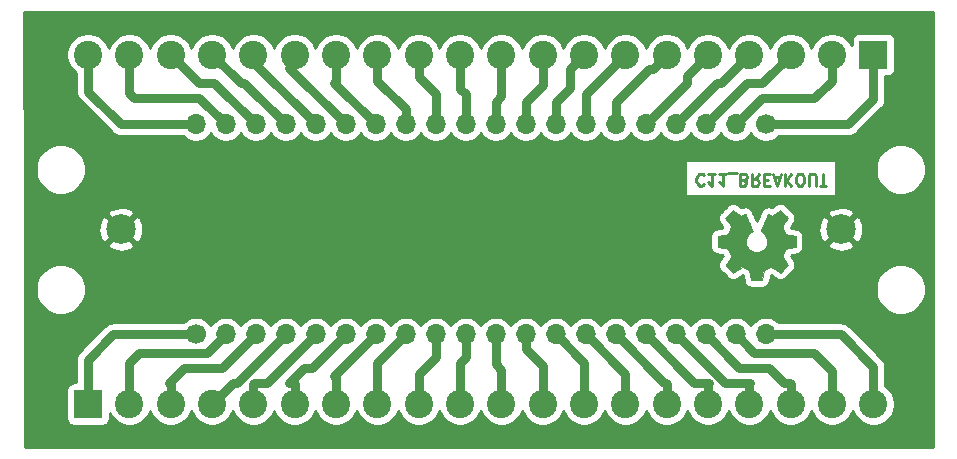
<source format=gbr>
G04 #@! TF.GenerationSoftware,KiCad,Pcbnew,5.1.5+dfsg1-2build2*
G04 #@! TF.CreationDate,2021-02-18T12:16:05-05:00*
G04 #@! TF.ProjectId,C11,4331312e-6b69-4636-9164-5f7063625858,rev?*
G04 #@! TF.SameCoordinates,Original*
G04 #@! TF.FileFunction,Copper,L2,Bot*
G04 #@! TF.FilePolarity,Positive*
%FSLAX46Y46*%
G04 Gerber Fmt 4.6, Leading zero omitted, Abs format (unit mm)*
G04 Created by KiCad (PCBNEW 5.1.5+dfsg1-2build2) date 2021-02-18 12:16:05*
%MOMM*%
%LPD*%
G04 APERTURE LIST*
%ADD10C,0.250000*%
%ADD11C,0.010000*%
%ADD12O,1.700000X1.700000*%
%ADD13C,1.700000*%
%ADD14C,2.400000*%
%ADD15R,2.400000X2.400000*%
%ADD16C,2.499360*%
%ADD17C,0.750000*%
%ADD18C,0.254000*%
G04 APERTURE END LIST*
D10*
X78250066Y-34440857D02*
X78202447Y-34393238D01*
X78059590Y-34345619D01*
X77964352Y-34345619D01*
X77821495Y-34393238D01*
X77726257Y-34488476D01*
X77678638Y-34583714D01*
X77631019Y-34774190D01*
X77631019Y-34917047D01*
X77678638Y-35107523D01*
X77726257Y-35202761D01*
X77821495Y-35298000D01*
X77964352Y-35345619D01*
X78059590Y-35345619D01*
X78202447Y-35298000D01*
X78250066Y-35250380D01*
X79202447Y-34345619D02*
X78631019Y-34345619D01*
X78916733Y-34345619D02*
X78916733Y-35345619D01*
X78821495Y-35202761D01*
X78726257Y-35107523D01*
X78631019Y-35059904D01*
X80154828Y-34345619D02*
X79583400Y-34345619D01*
X79869114Y-34345619D02*
X79869114Y-35345619D01*
X79773876Y-35202761D01*
X79678638Y-35107523D01*
X79583400Y-35059904D01*
X80345304Y-34250380D02*
X81107209Y-34250380D01*
X81678638Y-34869428D02*
X81821495Y-34821809D01*
X81869114Y-34774190D01*
X81916733Y-34678952D01*
X81916733Y-34536095D01*
X81869114Y-34440857D01*
X81821495Y-34393238D01*
X81726257Y-34345619D01*
X81345304Y-34345619D01*
X81345304Y-35345619D01*
X81678638Y-35345619D01*
X81773876Y-35298000D01*
X81821495Y-35250380D01*
X81869114Y-35155142D01*
X81869114Y-35059904D01*
X81821495Y-34964666D01*
X81773876Y-34917047D01*
X81678638Y-34869428D01*
X81345304Y-34869428D01*
X82916733Y-34345619D02*
X82583400Y-34821809D01*
X82345304Y-34345619D02*
X82345304Y-35345619D01*
X82726257Y-35345619D01*
X82821495Y-35298000D01*
X82869114Y-35250380D01*
X82916733Y-35155142D01*
X82916733Y-35012285D01*
X82869114Y-34917047D01*
X82821495Y-34869428D01*
X82726257Y-34821809D01*
X82345304Y-34821809D01*
X83345304Y-34869428D02*
X83678638Y-34869428D01*
X83821495Y-34345619D02*
X83345304Y-34345619D01*
X83345304Y-35345619D01*
X83821495Y-35345619D01*
X84202447Y-34631333D02*
X84678638Y-34631333D01*
X84107209Y-34345619D02*
X84440542Y-35345619D01*
X84773876Y-34345619D01*
X85107209Y-34345619D02*
X85107209Y-35345619D01*
X85678638Y-34345619D02*
X85250066Y-34917047D01*
X85678638Y-35345619D02*
X85107209Y-34774190D01*
X86297685Y-35345619D02*
X86488161Y-35345619D01*
X86583400Y-35298000D01*
X86678638Y-35202761D01*
X86726257Y-35012285D01*
X86726257Y-34678952D01*
X86678638Y-34488476D01*
X86583400Y-34393238D01*
X86488161Y-34345619D01*
X86297685Y-34345619D01*
X86202447Y-34393238D01*
X86107209Y-34488476D01*
X86059590Y-34678952D01*
X86059590Y-35012285D01*
X86107209Y-35202761D01*
X86202447Y-35298000D01*
X86297685Y-35345619D01*
X87154828Y-35345619D02*
X87154828Y-34536095D01*
X87202447Y-34440857D01*
X87250066Y-34393238D01*
X87345304Y-34345619D01*
X87535780Y-34345619D01*
X87631019Y-34393238D01*
X87678638Y-34440857D01*
X87726257Y-34536095D01*
X87726257Y-35345619D01*
X88059590Y-35345619D02*
X88631019Y-35345619D01*
X88345304Y-34345619D02*
X88345304Y-35345619D01*
D11*
G36*
X83283614Y-42917069D02*
G01*
X83367435Y-42472445D01*
X83676720Y-42344947D01*
X83986006Y-42217449D01*
X84357046Y-42469754D01*
X84460957Y-42540004D01*
X84554887Y-42602728D01*
X84634452Y-42655062D01*
X84695270Y-42694143D01*
X84732957Y-42717107D01*
X84743221Y-42722058D01*
X84761710Y-42709324D01*
X84801220Y-42674118D01*
X84857322Y-42620938D01*
X84925587Y-42554282D01*
X85001586Y-42478646D01*
X85080892Y-42398528D01*
X85159075Y-42318426D01*
X85231707Y-42242836D01*
X85294359Y-42176255D01*
X85342603Y-42123182D01*
X85372010Y-42088113D01*
X85379041Y-42076377D01*
X85368923Y-42054740D01*
X85340559Y-42007338D01*
X85296929Y-41938807D01*
X85241018Y-41853785D01*
X85175806Y-41756907D01*
X85138019Y-41701650D01*
X85069143Y-41600752D01*
X85007940Y-41509701D01*
X84957378Y-41433030D01*
X84920428Y-41375272D01*
X84900058Y-41340957D01*
X84896997Y-41333746D01*
X84903936Y-41313252D01*
X84922851Y-41265487D01*
X84950887Y-41197168D01*
X84985191Y-41115011D01*
X85022909Y-41025730D01*
X85061187Y-40936042D01*
X85097170Y-40852662D01*
X85128006Y-40782306D01*
X85150839Y-40731690D01*
X85162817Y-40707529D01*
X85163524Y-40706578D01*
X85182331Y-40701964D01*
X85232418Y-40691672D01*
X85308593Y-40676713D01*
X85405665Y-40658099D01*
X85518443Y-40636841D01*
X85584242Y-40624582D01*
X85704750Y-40601638D01*
X85813597Y-40579805D01*
X85905276Y-40560278D01*
X85974281Y-40544252D01*
X86015104Y-40532921D01*
X86023311Y-40529326D01*
X86031348Y-40504994D01*
X86037833Y-40450041D01*
X86042770Y-40370892D01*
X86046164Y-40273974D01*
X86048018Y-40165713D01*
X86048338Y-40052535D01*
X86047127Y-39940865D01*
X86044390Y-39837132D01*
X86040131Y-39747759D01*
X86034355Y-39679174D01*
X86027067Y-39637803D01*
X86022695Y-39629190D01*
X85996564Y-39618867D01*
X85941193Y-39604108D01*
X85863907Y-39586648D01*
X85772030Y-39568220D01*
X85739958Y-39562259D01*
X85585324Y-39533934D01*
X85463175Y-39511124D01*
X85369473Y-39492920D01*
X85300184Y-39478417D01*
X85251271Y-39466708D01*
X85218697Y-39456885D01*
X85198428Y-39448044D01*
X85186426Y-39439276D01*
X85184747Y-39437543D01*
X85167984Y-39409629D01*
X85142414Y-39355305D01*
X85110588Y-39281223D01*
X85075060Y-39194035D01*
X85038383Y-39100392D01*
X85003111Y-39006948D01*
X84971796Y-38920353D01*
X84946993Y-38847260D01*
X84931254Y-38794322D01*
X84927132Y-38768189D01*
X84927476Y-38767274D01*
X84941441Y-38745914D01*
X84973122Y-38698916D01*
X85019191Y-38631173D01*
X85076318Y-38547577D01*
X85141173Y-38453018D01*
X85159643Y-38426146D01*
X85225499Y-38328725D01*
X85283450Y-38239837D01*
X85330338Y-38164588D01*
X85363007Y-38108080D01*
X85378300Y-38075419D01*
X85379041Y-38071407D01*
X85366192Y-38050316D01*
X85330688Y-38008536D01*
X85277093Y-37950555D01*
X85209971Y-37880865D01*
X85133887Y-37803955D01*
X85053404Y-37724317D01*
X84973087Y-37646439D01*
X84897499Y-37574814D01*
X84831205Y-37513930D01*
X84778769Y-37468279D01*
X84744755Y-37442350D01*
X84735345Y-37438117D01*
X84713443Y-37448088D01*
X84668600Y-37474980D01*
X84608121Y-37514264D01*
X84561589Y-37545883D01*
X84477275Y-37603902D01*
X84377426Y-37672216D01*
X84277273Y-37740421D01*
X84223427Y-37776925D01*
X84041171Y-37900200D01*
X83888181Y-37817480D01*
X83818482Y-37781241D01*
X83759214Y-37753074D01*
X83719111Y-37737009D01*
X83708903Y-37734774D01*
X83696629Y-37751278D01*
X83672413Y-37797918D01*
X83638063Y-37870391D01*
X83595388Y-37964394D01*
X83546194Y-38075626D01*
X83492290Y-38199785D01*
X83435484Y-38332568D01*
X83377582Y-38469673D01*
X83320393Y-38606798D01*
X83265724Y-38739642D01*
X83215384Y-38863902D01*
X83171180Y-38975275D01*
X83134919Y-39069461D01*
X83108409Y-39142156D01*
X83093458Y-39189059D01*
X83091054Y-39205167D01*
X83110111Y-39225714D01*
X83151836Y-39259067D01*
X83207506Y-39298298D01*
X83212178Y-39301401D01*
X83356064Y-39416577D01*
X83472083Y-39550947D01*
X83559230Y-39700216D01*
X83616499Y-39860087D01*
X83642886Y-40026263D01*
X83637385Y-40194448D01*
X83598990Y-40360345D01*
X83526695Y-40519658D01*
X83505426Y-40554513D01*
X83394796Y-40695263D01*
X83264102Y-40808286D01*
X83117864Y-40892997D01*
X82960608Y-40948806D01*
X82796857Y-40975126D01*
X82631133Y-40971370D01*
X82467962Y-40936950D01*
X82311865Y-40871277D01*
X82167367Y-40773765D01*
X82122669Y-40734187D01*
X82008912Y-40610297D01*
X81926018Y-40479876D01*
X81869156Y-40333685D01*
X81837487Y-40188912D01*
X81829669Y-40026140D01*
X81855738Y-39862560D01*
X81913045Y-39703702D01*
X81998944Y-39555094D01*
X82110786Y-39422265D01*
X82245923Y-39310744D01*
X82263683Y-39298989D01*
X82319950Y-39260492D01*
X82362723Y-39227137D01*
X82383172Y-39205840D01*
X82383469Y-39205167D01*
X82379079Y-39182129D01*
X82361676Y-39129843D01*
X82333068Y-39052610D01*
X82295065Y-38954732D01*
X82249474Y-38840509D01*
X82198103Y-38714242D01*
X82142762Y-38580233D01*
X82085258Y-38442782D01*
X82027401Y-38306192D01*
X81970998Y-38174763D01*
X81917858Y-38052795D01*
X81869790Y-37944591D01*
X81828601Y-37854451D01*
X81796101Y-37786677D01*
X81774097Y-37745570D01*
X81765236Y-37734774D01*
X81738160Y-37743181D01*
X81687497Y-37765728D01*
X81621983Y-37798387D01*
X81585959Y-37817480D01*
X81432968Y-37900200D01*
X81250712Y-37776925D01*
X81157675Y-37713772D01*
X81055815Y-37644273D01*
X80960362Y-37578835D01*
X80912550Y-37545883D01*
X80845305Y-37500727D01*
X80788364Y-37464943D01*
X80749154Y-37443062D01*
X80736419Y-37438437D01*
X80717883Y-37450915D01*
X80676859Y-37485748D01*
X80617325Y-37539322D01*
X80543258Y-37608017D01*
X80458635Y-37688219D01*
X80405115Y-37739714D01*
X80311481Y-37831714D01*
X80230559Y-37914001D01*
X80165623Y-37983055D01*
X80119942Y-38035356D01*
X80096789Y-38067384D01*
X80094568Y-38073884D01*
X80104876Y-38098606D01*
X80133361Y-38148595D01*
X80176863Y-38218788D01*
X80232223Y-38304125D01*
X80296280Y-38399544D01*
X80314497Y-38426146D01*
X80380873Y-38522833D01*
X80440422Y-38609883D01*
X80489816Y-38682405D01*
X80525725Y-38735507D01*
X80544819Y-38764297D01*
X80546664Y-38767274D01*
X80543905Y-38790218D01*
X80529262Y-38840664D01*
X80505287Y-38911959D01*
X80474534Y-38997453D01*
X80439556Y-39090493D01*
X80402907Y-39184426D01*
X80367139Y-39272601D01*
X80334806Y-39348366D01*
X80308462Y-39405069D01*
X80290658Y-39436057D01*
X80289393Y-39437543D01*
X80278506Y-39446399D01*
X80260118Y-39455157D01*
X80230194Y-39464723D01*
X80184697Y-39476004D01*
X80119591Y-39489907D01*
X80030839Y-39507337D01*
X79914407Y-39529202D01*
X79766258Y-39556409D01*
X79734182Y-39562259D01*
X79639114Y-39580626D01*
X79556235Y-39598595D01*
X79492870Y-39614431D01*
X79456342Y-39626400D01*
X79451444Y-39629190D01*
X79443373Y-39653928D01*
X79436813Y-39709210D01*
X79431767Y-39788611D01*
X79428241Y-39885704D01*
X79426239Y-39994062D01*
X79425764Y-40107260D01*
X79426823Y-40218872D01*
X79429418Y-40322471D01*
X79433554Y-40411632D01*
X79439237Y-40479928D01*
X79446469Y-40520934D01*
X79450829Y-40529326D01*
X79475102Y-40537792D01*
X79530374Y-40551565D01*
X79611138Y-40569450D01*
X79711888Y-40590252D01*
X79827117Y-40612777D01*
X79889898Y-40624582D01*
X80009013Y-40646849D01*
X80115235Y-40667021D01*
X80203373Y-40684085D01*
X80268234Y-40697031D01*
X80304626Y-40704845D01*
X80310616Y-40706578D01*
X80320739Y-40726110D01*
X80342138Y-40773157D01*
X80371961Y-40840997D01*
X80407355Y-40922909D01*
X80445468Y-41012172D01*
X80483447Y-41102065D01*
X80518440Y-41185865D01*
X80547594Y-41256853D01*
X80568057Y-41308306D01*
X80576977Y-41333503D01*
X80577143Y-41334604D01*
X80567031Y-41354481D01*
X80538683Y-41400223D01*
X80495077Y-41467283D01*
X80439194Y-41551116D01*
X80374013Y-41647174D01*
X80336121Y-41702350D01*
X80267075Y-41803519D01*
X80205750Y-41895370D01*
X80155137Y-41973256D01*
X80118229Y-42032531D01*
X80098018Y-42068549D01*
X80095099Y-42076623D01*
X80107647Y-42095416D01*
X80142337Y-42135543D01*
X80194737Y-42192507D01*
X80260416Y-42261815D01*
X80334944Y-42338969D01*
X80413887Y-42419475D01*
X80492817Y-42498837D01*
X80567300Y-42572560D01*
X80632906Y-42636148D01*
X80685204Y-42685106D01*
X80719761Y-42714939D01*
X80731322Y-42722058D01*
X80750146Y-42712047D01*
X80795169Y-42683922D01*
X80862013Y-42640546D01*
X80946301Y-42584782D01*
X81043656Y-42519494D01*
X81117093Y-42469754D01*
X81488133Y-42217449D01*
X82106705Y-42472445D01*
X82190525Y-42917069D01*
X82274346Y-43361693D01*
X83199794Y-43361693D01*
X83283614Y-42917069D01*
G37*
X83283614Y-42917069D02*
X83367435Y-42472445D01*
X83676720Y-42344947D01*
X83986006Y-42217449D01*
X84357046Y-42469754D01*
X84460957Y-42540004D01*
X84554887Y-42602728D01*
X84634452Y-42655062D01*
X84695270Y-42694143D01*
X84732957Y-42717107D01*
X84743221Y-42722058D01*
X84761710Y-42709324D01*
X84801220Y-42674118D01*
X84857322Y-42620938D01*
X84925587Y-42554282D01*
X85001586Y-42478646D01*
X85080892Y-42398528D01*
X85159075Y-42318426D01*
X85231707Y-42242836D01*
X85294359Y-42176255D01*
X85342603Y-42123182D01*
X85372010Y-42088113D01*
X85379041Y-42076377D01*
X85368923Y-42054740D01*
X85340559Y-42007338D01*
X85296929Y-41938807D01*
X85241018Y-41853785D01*
X85175806Y-41756907D01*
X85138019Y-41701650D01*
X85069143Y-41600752D01*
X85007940Y-41509701D01*
X84957378Y-41433030D01*
X84920428Y-41375272D01*
X84900058Y-41340957D01*
X84896997Y-41333746D01*
X84903936Y-41313252D01*
X84922851Y-41265487D01*
X84950887Y-41197168D01*
X84985191Y-41115011D01*
X85022909Y-41025730D01*
X85061187Y-40936042D01*
X85097170Y-40852662D01*
X85128006Y-40782306D01*
X85150839Y-40731690D01*
X85162817Y-40707529D01*
X85163524Y-40706578D01*
X85182331Y-40701964D01*
X85232418Y-40691672D01*
X85308593Y-40676713D01*
X85405665Y-40658099D01*
X85518443Y-40636841D01*
X85584242Y-40624582D01*
X85704750Y-40601638D01*
X85813597Y-40579805D01*
X85905276Y-40560278D01*
X85974281Y-40544252D01*
X86015104Y-40532921D01*
X86023311Y-40529326D01*
X86031348Y-40504994D01*
X86037833Y-40450041D01*
X86042770Y-40370892D01*
X86046164Y-40273974D01*
X86048018Y-40165713D01*
X86048338Y-40052535D01*
X86047127Y-39940865D01*
X86044390Y-39837132D01*
X86040131Y-39747759D01*
X86034355Y-39679174D01*
X86027067Y-39637803D01*
X86022695Y-39629190D01*
X85996564Y-39618867D01*
X85941193Y-39604108D01*
X85863907Y-39586648D01*
X85772030Y-39568220D01*
X85739958Y-39562259D01*
X85585324Y-39533934D01*
X85463175Y-39511124D01*
X85369473Y-39492920D01*
X85300184Y-39478417D01*
X85251271Y-39466708D01*
X85218697Y-39456885D01*
X85198428Y-39448044D01*
X85186426Y-39439276D01*
X85184747Y-39437543D01*
X85167984Y-39409629D01*
X85142414Y-39355305D01*
X85110588Y-39281223D01*
X85075060Y-39194035D01*
X85038383Y-39100392D01*
X85003111Y-39006948D01*
X84971796Y-38920353D01*
X84946993Y-38847260D01*
X84931254Y-38794322D01*
X84927132Y-38768189D01*
X84927476Y-38767274D01*
X84941441Y-38745914D01*
X84973122Y-38698916D01*
X85019191Y-38631173D01*
X85076318Y-38547577D01*
X85141173Y-38453018D01*
X85159643Y-38426146D01*
X85225499Y-38328725D01*
X85283450Y-38239837D01*
X85330338Y-38164588D01*
X85363007Y-38108080D01*
X85378300Y-38075419D01*
X85379041Y-38071407D01*
X85366192Y-38050316D01*
X85330688Y-38008536D01*
X85277093Y-37950555D01*
X85209971Y-37880865D01*
X85133887Y-37803955D01*
X85053404Y-37724317D01*
X84973087Y-37646439D01*
X84897499Y-37574814D01*
X84831205Y-37513930D01*
X84778769Y-37468279D01*
X84744755Y-37442350D01*
X84735345Y-37438117D01*
X84713443Y-37448088D01*
X84668600Y-37474980D01*
X84608121Y-37514264D01*
X84561589Y-37545883D01*
X84477275Y-37603902D01*
X84377426Y-37672216D01*
X84277273Y-37740421D01*
X84223427Y-37776925D01*
X84041171Y-37900200D01*
X83888181Y-37817480D01*
X83818482Y-37781241D01*
X83759214Y-37753074D01*
X83719111Y-37737009D01*
X83708903Y-37734774D01*
X83696629Y-37751278D01*
X83672413Y-37797918D01*
X83638063Y-37870391D01*
X83595388Y-37964394D01*
X83546194Y-38075626D01*
X83492290Y-38199785D01*
X83435484Y-38332568D01*
X83377582Y-38469673D01*
X83320393Y-38606798D01*
X83265724Y-38739642D01*
X83215384Y-38863902D01*
X83171180Y-38975275D01*
X83134919Y-39069461D01*
X83108409Y-39142156D01*
X83093458Y-39189059D01*
X83091054Y-39205167D01*
X83110111Y-39225714D01*
X83151836Y-39259067D01*
X83207506Y-39298298D01*
X83212178Y-39301401D01*
X83356064Y-39416577D01*
X83472083Y-39550947D01*
X83559230Y-39700216D01*
X83616499Y-39860087D01*
X83642886Y-40026263D01*
X83637385Y-40194448D01*
X83598990Y-40360345D01*
X83526695Y-40519658D01*
X83505426Y-40554513D01*
X83394796Y-40695263D01*
X83264102Y-40808286D01*
X83117864Y-40892997D01*
X82960608Y-40948806D01*
X82796857Y-40975126D01*
X82631133Y-40971370D01*
X82467962Y-40936950D01*
X82311865Y-40871277D01*
X82167367Y-40773765D01*
X82122669Y-40734187D01*
X82008912Y-40610297D01*
X81926018Y-40479876D01*
X81869156Y-40333685D01*
X81837487Y-40188912D01*
X81829669Y-40026140D01*
X81855738Y-39862560D01*
X81913045Y-39703702D01*
X81998944Y-39555094D01*
X82110786Y-39422265D01*
X82245923Y-39310744D01*
X82263683Y-39298989D01*
X82319950Y-39260492D01*
X82362723Y-39227137D01*
X82383172Y-39205840D01*
X82383469Y-39205167D01*
X82379079Y-39182129D01*
X82361676Y-39129843D01*
X82333068Y-39052610D01*
X82295065Y-38954732D01*
X82249474Y-38840509D01*
X82198103Y-38714242D01*
X82142762Y-38580233D01*
X82085258Y-38442782D01*
X82027401Y-38306192D01*
X81970998Y-38174763D01*
X81917858Y-38052795D01*
X81869790Y-37944591D01*
X81828601Y-37854451D01*
X81796101Y-37786677D01*
X81774097Y-37745570D01*
X81765236Y-37734774D01*
X81738160Y-37743181D01*
X81687497Y-37765728D01*
X81621983Y-37798387D01*
X81585959Y-37817480D01*
X81432968Y-37900200D01*
X81250712Y-37776925D01*
X81157675Y-37713772D01*
X81055815Y-37644273D01*
X80960362Y-37578835D01*
X80912550Y-37545883D01*
X80845305Y-37500727D01*
X80788364Y-37464943D01*
X80749154Y-37443062D01*
X80736419Y-37438437D01*
X80717883Y-37450915D01*
X80676859Y-37485748D01*
X80617325Y-37539322D01*
X80543258Y-37608017D01*
X80458635Y-37688219D01*
X80405115Y-37739714D01*
X80311481Y-37831714D01*
X80230559Y-37914001D01*
X80165623Y-37983055D01*
X80119942Y-38035356D01*
X80096789Y-38067384D01*
X80094568Y-38073884D01*
X80104876Y-38098606D01*
X80133361Y-38148595D01*
X80176863Y-38218788D01*
X80232223Y-38304125D01*
X80296280Y-38399544D01*
X80314497Y-38426146D01*
X80380873Y-38522833D01*
X80440422Y-38609883D01*
X80489816Y-38682405D01*
X80525725Y-38735507D01*
X80544819Y-38764297D01*
X80546664Y-38767274D01*
X80543905Y-38790218D01*
X80529262Y-38840664D01*
X80505287Y-38911959D01*
X80474534Y-38997453D01*
X80439556Y-39090493D01*
X80402907Y-39184426D01*
X80367139Y-39272601D01*
X80334806Y-39348366D01*
X80308462Y-39405069D01*
X80290658Y-39436057D01*
X80289393Y-39437543D01*
X80278506Y-39446399D01*
X80260118Y-39455157D01*
X80230194Y-39464723D01*
X80184697Y-39476004D01*
X80119591Y-39489907D01*
X80030839Y-39507337D01*
X79914407Y-39529202D01*
X79766258Y-39556409D01*
X79734182Y-39562259D01*
X79639114Y-39580626D01*
X79556235Y-39598595D01*
X79492870Y-39614431D01*
X79456342Y-39626400D01*
X79451444Y-39629190D01*
X79443373Y-39653928D01*
X79436813Y-39709210D01*
X79431767Y-39788611D01*
X79428241Y-39885704D01*
X79426239Y-39994062D01*
X79425764Y-40107260D01*
X79426823Y-40218872D01*
X79429418Y-40322471D01*
X79433554Y-40411632D01*
X79439237Y-40479928D01*
X79446469Y-40520934D01*
X79450829Y-40529326D01*
X79475102Y-40537792D01*
X79530374Y-40551565D01*
X79611138Y-40569450D01*
X79711888Y-40590252D01*
X79827117Y-40612777D01*
X79889898Y-40624582D01*
X80009013Y-40646849D01*
X80115235Y-40667021D01*
X80203373Y-40684085D01*
X80268234Y-40697031D01*
X80304626Y-40704845D01*
X80310616Y-40706578D01*
X80320739Y-40726110D01*
X80342138Y-40773157D01*
X80371961Y-40840997D01*
X80407355Y-40922909D01*
X80445468Y-41012172D01*
X80483447Y-41102065D01*
X80518440Y-41185865D01*
X80547594Y-41256853D01*
X80568057Y-41308306D01*
X80576977Y-41333503D01*
X80577143Y-41334604D01*
X80567031Y-41354481D01*
X80538683Y-41400223D01*
X80495077Y-41467283D01*
X80439194Y-41551116D01*
X80374013Y-41647174D01*
X80336121Y-41702350D01*
X80267075Y-41803519D01*
X80205750Y-41895370D01*
X80155137Y-41973256D01*
X80118229Y-42032531D01*
X80098018Y-42068549D01*
X80095099Y-42076623D01*
X80107647Y-42095416D01*
X80142337Y-42135543D01*
X80194737Y-42192507D01*
X80260416Y-42261815D01*
X80334944Y-42338969D01*
X80413887Y-42419475D01*
X80492817Y-42498837D01*
X80567300Y-42572560D01*
X80632906Y-42636148D01*
X80685204Y-42685106D01*
X80719761Y-42714939D01*
X80731322Y-42722058D01*
X80750146Y-42712047D01*
X80795169Y-42683922D01*
X80862013Y-42640546D01*
X80946301Y-42584782D01*
X81043656Y-42519494D01*
X81117093Y-42469754D01*
X81488133Y-42217449D01*
X82106705Y-42472445D01*
X82190525Y-42917069D01*
X82274346Y-43361693D01*
X83199794Y-43361693D01*
X83283614Y-42917069D01*
D12*
X83500000Y-47940000D03*
X80960000Y-47940000D03*
X78420000Y-47940000D03*
X75880000Y-47940000D03*
X73340000Y-47940000D03*
X70800000Y-47940000D03*
X68260000Y-47940000D03*
X65720000Y-47940000D03*
X63180000Y-47940000D03*
X60640000Y-47940000D03*
X58100000Y-47940000D03*
X55560000Y-47940000D03*
X53020000Y-47940000D03*
X50480000Y-47940000D03*
X47940000Y-47940000D03*
X45400000Y-47940000D03*
X42860000Y-47940000D03*
X40320000Y-47940000D03*
X37780000Y-47940000D03*
D13*
X35240000Y-47940000D03*
D14*
X92620000Y-53843000D03*
X89120000Y-53843000D03*
X85620000Y-53843000D03*
X82120000Y-53843000D03*
X78620000Y-53843000D03*
X75120000Y-53843000D03*
X71620000Y-53843000D03*
X68120000Y-53843000D03*
X64620000Y-53843000D03*
X61120000Y-53843000D03*
X57620000Y-53843000D03*
X54120000Y-53843000D03*
X50620000Y-53843000D03*
X47120000Y-53843000D03*
X43620000Y-53843000D03*
X40120000Y-53843000D03*
X36620000Y-53843000D03*
X33120000Y-53843000D03*
X29620000Y-53843000D03*
D15*
X26120000Y-53843000D03*
D12*
X35240000Y-30160000D03*
X37780000Y-30160000D03*
X40320000Y-30160000D03*
X42860000Y-30160000D03*
X45400000Y-30160000D03*
X47940000Y-30160000D03*
X50480000Y-30160000D03*
X53020000Y-30160000D03*
X55560000Y-30160000D03*
X58100000Y-30160000D03*
X60640000Y-30160000D03*
X63180000Y-30160000D03*
X65720000Y-30160000D03*
X68260000Y-30160000D03*
X70800000Y-30160000D03*
X73340000Y-30160000D03*
X75880000Y-30160000D03*
X78420000Y-30160000D03*
X80960000Y-30160000D03*
D13*
X83500000Y-30160000D03*
D14*
X26120000Y-24257000D03*
X29620000Y-24257000D03*
X33120000Y-24257000D03*
X36620000Y-24257000D03*
X40120000Y-24257000D03*
X43620000Y-24257000D03*
X47120000Y-24257000D03*
X50620000Y-24257000D03*
X54120000Y-24257000D03*
X57620000Y-24257000D03*
X61120000Y-24257000D03*
X64620000Y-24257000D03*
X68120000Y-24257000D03*
X71620000Y-24257000D03*
X75120000Y-24257000D03*
X78620000Y-24257000D03*
X82120000Y-24257000D03*
X85620000Y-24257000D03*
X89120000Y-24257000D03*
D15*
X92620000Y-24257000D03*
D16*
X89850000Y-39050000D03*
X28890000Y-39050000D03*
D17*
X43620000Y-24960000D02*
X43620000Y-24257000D01*
X43180000Y-25400000D02*
X43620000Y-24960000D01*
X47940000Y-30160000D02*
X43180000Y-25400000D01*
X50480000Y-30160000D02*
X46990000Y-26670000D01*
X47120000Y-26540000D02*
X47120000Y-24257000D01*
X46990000Y-26670000D02*
X47120000Y-26540000D01*
X53020000Y-30160000D02*
X53020000Y-28890000D01*
X50620000Y-26490000D02*
X50620000Y-24257000D01*
X53020000Y-28890000D02*
X50620000Y-26490000D01*
X55560000Y-30160000D02*
X55560000Y-27620000D01*
X54120000Y-26180000D02*
X54120000Y-24257000D01*
X55560000Y-27620000D02*
X54120000Y-26180000D01*
X57620000Y-24257000D02*
X57620000Y-27140000D01*
X58100000Y-27620000D02*
X58100000Y-30160000D01*
X57620000Y-27140000D02*
X58100000Y-27620000D01*
X61120000Y-24257000D02*
X61120000Y-27780000D01*
X60640000Y-28260000D02*
X60640000Y-30160000D01*
X61120000Y-27780000D02*
X60640000Y-28260000D01*
X64620000Y-24257000D02*
X64620000Y-26820000D01*
X63180000Y-28260000D02*
X63180000Y-30160000D01*
X64620000Y-26820000D02*
X63180000Y-28260000D01*
X66920001Y-25456999D02*
X66920001Y-27059999D01*
X68120000Y-24257000D02*
X66920001Y-25456999D01*
X65720000Y-28260000D02*
X65720000Y-30160000D01*
X66920001Y-27059999D02*
X65720000Y-28260000D01*
X68260000Y-27617000D02*
X71620000Y-24257000D01*
X68260000Y-30160000D02*
X68260000Y-27617000D01*
X70800000Y-30160000D02*
X70800000Y-28260000D01*
X73920001Y-25456999D02*
X73603001Y-25456999D01*
X75120000Y-24257000D02*
X73920001Y-25456999D01*
X73603001Y-25456999D02*
X70800000Y-28260000D01*
X73340000Y-30160000D02*
X76830000Y-26670000D01*
X76830000Y-26047000D02*
X78620000Y-24257000D01*
X76830000Y-26670000D02*
X76830000Y-26047000D01*
X75880000Y-30160000D02*
X79370000Y-26670000D01*
X79707000Y-26670000D02*
X82120000Y-24257000D01*
X79370000Y-26670000D02*
X79707000Y-26670000D01*
X78420000Y-30160000D02*
X81910000Y-26670000D01*
X83207000Y-26670000D02*
X85620000Y-24257000D01*
X81910000Y-26670000D02*
X83207000Y-26670000D01*
X80960000Y-30160000D02*
X83180000Y-27940000D01*
X83180000Y-27940000D02*
X87630000Y-27940000D01*
X89120000Y-26450000D02*
X89120000Y-24257000D01*
X87630000Y-27940000D02*
X89120000Y-26450000D01*
X83500000Y-30160000D02*
X90490000Y-30160000D01*
X92620000Y-28030000D02*
X92620000Y-24257000D01*
X90490000Y-30160000D02*
X92620000Y-28030000D01*
X35240000Y-30160000D02*
X28890000Y-30160000D01*
X26120000Y-27390000D02*
X26120000Y-24257000D01*
X28890000Y-30160000D02*
X26120000Y-27390000D01*
X29620000Y-27530000D02*
X29620000Y-24257000D01*
X30030000Y-27940000D02*
X29620000Y-27530000D01*
X35560000Y-27940000D02*
X30030000Y-27940000D01*
X37780000Y-30160000D02*
X35560000Y-27940000D01*
X33120000Y-24257000D02*
X35533000Y-26670000D01*
X35533000Y-26670000D02*
X36830000Y-26670000D01*
X36830000Y-26670000D02*
X40320000Y-30160000D01*
X42860000Y-30160000D02*
X39370000Y-26670000D01*
X39033000Y-26670000D02*
X36620000Y-24257000D01*
X39370000Y-26670000D02*
X39033000Y-26670000D01*
X40120000Y-24880000D02*
X40120000Y-24257000D01*
X45400000Y-30160000D02*
X40120000Y-24880000D01*
X70800000Y-47940000D02*
X74930000Y-52070000D01*
X75120000Y-52145944D02*
X75120000Y-53843000D01*
X75044056Y-52070000D02*
X75120000Y-52145944D01*
X74930000Y-52070000D02*
X75044056Y-52070000D01*
X71620000Y-51300000D02*
X71620000Y-53843000D01*
X68260000Y-47940000D02*
X71620000Y-51300000D01*
X68120000Y-50340000D02*
X68120000Y-53843000D01*
X65720000Y-47940000D02*
X68120000Y-50340000D01*
X63180000Y-47940000D02*
X63180000Y-49210000D01*
X64620000Y-50650000D02*
X64620000Y-53843000D01*
X63180000Y-49210000D02*
X64620000Y-50650000D01*
X60640000Y-47940000D02*
X60640000Y-50480000D01*
X61120000Y-50960000D02*
X61120000Y-53843000D01*
X60640000Y-50480000D02*
X61120000Y-50960000D01*
X58100000Y-47940000D02*
X58100000Y-49850000D01*
X57620000Y-50330000D02*
X57620000Y-53843000D01*
X58100000Y-49850000D02*
X57620000Y-50330000D01*
X55560000Y-47940000D02*
X55560000Y-49850000D01*
X54120000Y-51290000D02*
X54120000Y-53843000D01*
X55560000Y-49850000D02*
X54120000Y-51290000D01*
X50620000Y-50340000D02*
X50620000Y-53843000D01*
X53020000Y-47940000D02*
X50620000Y-50340000D01*
X50480000Y-47940000D02*
X46990000Y-51430000D01*
X47120000Y-51560000D02*
X47120000Y-53843000D01*
X46990000Y-51430000D02*
X47120000Y-51560000D01*
X47940000Y-47940000D02*
X45080000Y-50800000D01*
X45080000Y-50800000D02*
X44450000Y-50800000D01*
X44450000Y-50800000D02*
X43180000Y-52070000D01*
X43620000Y-52145944D02*
X43620000Y-53843000D01*
X43544056Y-52070000D02*
X43620000Y-52145944D01*
X43180000Y-52070000D02*
X43544056Y-52070000D01*
X45400000Y-47940000D02*
X41270000Y-52070000D01*
X40120000Y-52145944D02*
X40120000Y-53843000D01*
X40195944Y-52070000D02*
X40120000Y-52145944D01*
X41270000Y-52070000D02*
X40195944Y-52070000D01*
X42860000Y-47940000D02*
X38730000Y-52070000D01*
X38393000Y-52070000D02*
X36620000Y-53843000D01*
X38730000Y-52070000D02*
X38393000Y-52070000D01*
X40320000Y-47940000D02*
X37460000Y-50800000D01*
X37460000Y-50800000D02*
X34290000Y-50800000D01*
X34290000Y-50800000D02*
X33020000Y-52070000D01*
X33120000Y-52145944D02*
X33120000Y-53843000D01*
X33044056Y-52070000D02*
X33120000Y-52145944D01*
X33020000Y-52070000D02*
X33044056Y-52070000D01*
X29620000Y-50390000D02*
X29620000Y-53843000D01*
X30480000Y-49530000D02*
X29620000Y-50390000D01*
X36190000Y-49530000D02*
X30480000Y-49530000D01*
X37780000Y-47940000D02*
X36190000Y-49530000D01*
X35240000Y-47940000D02*
X28260000Y-47940000D01*
X26120000Y-50080000D02*
X26120000Y-53843000D01*
X28260000Y-47940000D02*
X26120000Y-50080000D01*
X92620000Y-50710000D02*
X92620000Y-53843000D01*
X89850000Y-47940000D02*
X92620000Y-50710000D01*
X83500000Y-47940000D02*
X89850000Y-47940000D01*
X80960000Y-47940000D02*
X82550000Y-49530000D01*
X82550000Y-49530000D02*
X87630000Y-49530000D01*
X89120000Y-51020000D02*
X89120000Y-53843000D01*
X87630000Y-49530000D02*
X89120000Y-51020000D01*
X78420000Y-47940000D02*
X81280000Y-50800000D01*
X81280000Y-50800000D02*
X83820000Y-50800000D01*
X83820000Y-50800000D02*
X85090000Y-52070000D01*
X85620000Y-52145944D02*
X85620000Y-53843000D01*
X85544056Y-52070000D02*
X85620000Y-52145944D01*
X85090000Y-52070000D02*
X85544056Y-52070000D01*
X82120000Y-52145944D02*
X82120000Y-53843000D01*
X82195944Y-52070000D02*
X82120000Y-52145944D01*
X80039461Y-52070000D02*
X82195944Y-52070000D01*
X76759460Y-48789999D02*
X80039461Y-52070000D01*
X76729999Y-48789999D02*
X76759460Y-48789999D01*
X75880000Y-47940000D02*
X76729999Y-48789999D01*
X78620000Y-52145944D02*
X78620000Y-53843000D01*
X78695944Y-52070000D02*
X78620000Y-52145944D01*
X77470000Y-52070000D02*
X78695944Y-52070000D01*
X73340000Y-47940000D02*
X77470000Y-52070000D01*
D18*
G36*
X97663000Y-57440000D02*
G01*
X20776936Y-57440000D01*
X20770370Y-52643000D01*
X24281928Y-52643000D01*
X24281928Y-55043000D01*
X24294188Y-55167482D01*
X24330498Y-55287180D01*
X24389463Y-55397494D01*
X24468815Y-55494185D01*
X24565506Y-55573537D01*
X24675820Y-55632502D01*
X24795518Y-55668812D01*
X24920000Y-55681072D01*
X27320000Y-55681072D01*
X27444482Y-55668812D01*
X27564180Y-55632502D01*
X27674494Y-55573537D01*
X27771185Y-55494185D01*
X27850537Y-55397494D01*
X27909502Y-55287180D01*
X27945812Y-55167482D01*
X27958072Y-55043000D01*
X27958072Y-54625838D01*
X27993844Y-54712199D01*
X28194662Y-55012744D01*
X28450256Y-55268338D01*
X28750801Y-55469156D01*
X29084750Y-55607482D01*
X29439268Y-55678000D01*
X29800732Y-55678000D01*
X30155250Y-55607482D01*
X30489199Y-55469156D01*
X30789744Y-55268338D01*
X31045338Y-55012744D01*
X31246156Y-54712199D01*
X31370000Y-54413213D01*
X31493844Y-54712199D01*
X31694662Y-55012744D01*
X31950256Y-55268338D01*
X32250801Y-55469156D01*
X32584750Y-55607482D01*
X32939268Y-55678000D01*
X33300732Y-55678000D01*
X33655250Y-55607482D01*
X33989199Y-55469156D01*
X34289744Y-55268338D01*
X34545338Y-55012744D01*
X34746156Y-54712199D01*
X34870000Y-54413213D01*
X34993844Y-54712199D01*
X35194662Y-55012744D01*
X35450256Y-55268338D01*
X35750801Y-55469156D01*
X36084750Y-55607482D01*
X36439268Y-55678000D01*
X36800732Y-55678000D01*
X37155250Y-55607482D01*
X37489199Y-55469156D01*
X37789744Y-55268338D01*
X38045338Y-55012744D01*
X38246156Y-54712199D01*
X38370000Y-54413213D01*
X38493844Y-54712199D01*
X38694662Y-55012744D01*
X38950256Y-55268338D01*
X39250801Y-55469156D01*
X39584750Y-55607482D01*
X39939268Y-55678000D01*
X40300732Y-55678000D01*
X40655250Y-55607482D01*
X40989199Y-55469156D01*
X41289744Y-55268338D01*
X41545338Y-55012744D01*
X41746156Y-54712199D01*
X41870000Y-54413213D01*
X41993844Y-54712199D01*
X42194662Y-55012744D01*
X42450256Y-55268338D01*
X42750801Y-55469156D01*
X43084750Y-55607482D01*
X43439268Y-55678000D01*
X43800732Y-55678000D01*
X44155250Y-55607482D01*
X44489199Y-55469156D01*
X44789744Y-55268338D01*
X45045338Y-55012744D01*
X45246156Y-54712199D01*
X45370000Y-54413213D01*
X45493844Y-54712199D01*
X45694662Y-55012744D01*
X45950256Y-55268338D01*
X46250801Y-55469156D01*
X46584750Y-55607482D01*
X46939268Y-55678000D01*
X47300732Y-55678000D01*
X47655250Y-55607482D01*
X47989199Y-55469156D01*
X48289744Y-55268338D01*
X48545338Y-55012744D01*
X48746156Y-54712199D01*
X48870000Y-54413213D01*
X48993844Y-54712199D01*
X49194662Y-55012744D01*
X49450256Y-55268338D01*
X49750801Y-55469156D01*
X50084750Y-55607482D01*
X50439268Y-55678000D01*
X50800732Y-55678000D01*
X51155250Y-55607482D01*
X51489199Y-55469156D01*
X51789744Y-55268338D01*
X52045338Y-55012744D01*
X52246156Y-54712199D01*
X52370000Y-54413213D01*
X52493844Y-54712199D01*
X52694662Y-55012744D01*
X52950256Y-55268338D01*
X53250801Y-55469156D01*
X53584750Y-55607482D01*
X53939268Y-55678000D01*
X54300732Y-55678000D01*
X54655250Y-55607482D01*
X54989199Y-55469156D01*
X55289744Y-55268338D01*
X55545338Y-55012744D01*
X55746156Y-54712199D01*
X55870000Y-54413213D01*
X55993844Y-54712199D01*
X56194662Y-55012744D01*
X56450256Y-55268338D01*
X56750801Y-55469156D01*
X57084750Y-55607482D01*
X57439268Y-55678000D01*
X57800732Y-55678000D01*
X58155250Y-55607482D01*
X58489199Y-55469156D01*
X58789744Y-55268338D01*
X59045338Y-55012744D01*
X59246156Y-54712199D01*
X59370000Y-54413213D01*
X59493844Y-54712199D01*
X59694662Y-55012744D01*
X59950256Y-55268338D01*
X60250801Y-55469156D01*
X60584750Y-55607482D01*
X60939268Y-55678000D01*
X61300732Y-55678000D01*
X61655250Y-55607482D01*
X61989199Y-55469156D01*
X62289744Y-55268338D01*
X62545338Y-55012744D01*
X62746156Y-54712199D01*
X62870000Y-54413213D01*
X62993844Y-54712199D01*
X63194662Y-55012744D01*
X63450256Y-55268338D01*
X63750801Y-55469156D01*
X64084750Y-55607482D01*
X64439268Y-55678000D01*
X64800732Y-55678000D01*
X65155250Y-55607482D01*
X65489199Y-55469156D01*
X65789744Y-55268338D01*
X66045338Y-55012744D01*
X66246156Y-54712199D01*
X66370000Y-54413213D01*
X66493844Y-54712199D01*
X66694662Y-55012744D01*
X66950256Y-55268338D01*
X67250801Y-55469156D01*
X67584750Y-55607482D01*
X67939268Y-55678000D01*
X68300732Y-55678000D01*
X68655250Y-55607482D01*
X68989199Y-55469156D01*
X69289744Y-55268338D01*
X69545338Y-55012744D01*
X69746156Y-54712199D01*
X69870000Y-54413213D01*
X69993844Y-54712199D01*
X70194662Y-55012744D01*
X70450256Y-55268338D01*
X70750801Y-55469156D01*
X71084750Y-55607482D01*
X71439268Y-55678000D01*
X71800732Y-55678000D01*
X72155250Y-55607482D01*
X72489199Y-55469156D01*
X72789744Y-55268338D01*
X73045338Y-55012744D01*
X73246156Y-54712199D01*
X73370000Y-54413213D01*
X73493844Y-54712199D01*
X73694662Y-55012744D01*
X73950256Y-55268338D01*
X74250801Y-55469156D01*
X74584750Y-55607482D01*
X74939268Y-55678000D01*
X75300732Y-55678000D01*
X75655250Y-55607482D01*
X75989199Y-55469156D01*
X76289744Y-55268338D01*
X76545338Y-55012744D01*
X76746156Y-54712199D01*
X76870000Y-54413213D01*
X76993844Y-54712199D01*
X77194662Y-55012744D01*
X77450256Y-55268338D01*
X77750801Y-55469156D01*
X78084750Y-55607482D01*
X78439268Y-55678000D01*
X78800732Y-55678000D01*
X79155250Y-55607482D01*
X79489199Y-55469156D01*
X79789744Y-55268338D01*
X80045338Y-55012744D01*
X80246156Y-54712199D01*
X80370000Y-54413213D01*
X80493844Y-54712199D01*
X80694662Y-55012744D01*
X80950256Y-55268338D01*
X81250801Y-55469156D01*
X81584750Y-55607482D01*
X81939268Y-55678000D01*
X82300732Y-55678000D01*
X82655250Y-55607482D01*
X82989199Y-55469156D01*
X83289744Y-55268338D01*
X83545338Y-55012744D01*
X83746156Y-54712199D01*
X83870000Y-54413213D01*
X83993844Y-54712199D01*
X84194662Y-55012744D01*
X84450256Y-55268338D01*
X84750801Y-55469156D01*
X85084750Y-55607482D01*
X85439268Y-55678000D01*
X85800732Y-55678000D01*
X86155250Y-55607482D01*
X86489199Y-55469156D01*
X86789744Y-55268338D01*
X87045338Y-55012744D01*
X87246156Y-54712199D01*
X87370000Y-54413213D01*
X87493844Y-54712199D01*
X87694662Y-55012744D01*
X87950256Y-55268338D01*
X88250801Y-55469156D01*
X88584750Y-55607482D01*
X88939268Y-55678000D01*
X89300732Y-55678000D01*
X89655250Y-55607482D01*
X89989199Y-55469156D01*
X90289744Y-55268338D01*
X90545338Y-55012744D01*
X90746156Y-54712199D01*
X90870000Y-54413213D01*
X90993844Y-54712199D01*
X91194662Y-55012744D01*
X91450256Y-55268338D01*
X91750801Y-55469156D01*
X92084750Y-55607482D01*
X92439268Y-55678000D01*
X92800732Y-55678000D01*
X93155250Y-55607482D01*
X93489199Y-55469156D01*
X93789744Y-55268338D01*
X94045338Y-55012744D01*
X94246156Y-54712199D01*
X94384482Y-54378250D01*
X94455000Y-54023732D01*
X94455000Y-53662268D01*
X94384482Y-53307750D01*
X94246156Y-52973801D01*
X94045338Y-52673256D01*
X93789744Y-52417662D01*
X93630000Y-52310924D01*
X93630000Y-50759608D01*
X93634886Y-50710000D01*
X93615385Y-50512005D01*
X93557632Y-50321620D01*
X93518085Y-50247632D01*
X93463847Y-50146160D01*
X93337633Y-49992367D01*
X93299100Y-49960744D01*
X90599261Y-47260906D01*
X90567633Y-47222367D01*
X90413840Y-47096153D01*
X90238380Y-47002368D01*
X90047994Y-46944615D01*
X89899608Y-46930000D01*
X89850000Y-46925114D01*
X89800392Y-46930000D01*
X84590107Y-46930000D01*
X84446632Y-46786525D01*
X84203411Y-46624010D01*
X83933158Y-46512068D01*
X83646260Y-46455000D01*
X83353740Y-46455000D01*
X83066842Y-46512068D01*
X82796589Y-46624010D01*
X82553368Y-46786525D01*
X82346525Y-46993368D01*
X82230000Y-47167760D01*
X82113475Y-46993368D01*
X81906632Y-46786525D01*
X81663411Y-46624010D01*
X81393158Y-46512068D01*
X81106260Y-46455000D01*
X80813740Y-46455000D01*
X80526842Y-46512068D01*
X80256589Y-46624010D01*
X80013368Y-46786525D01*
X79806525Y-46993368D01*
X79690000Y-47167760D01*
X79573475Y-46993368D01*
X79366632Y-46786525D01*
X79123411Y-46624010D01*
X78853158Y-46512068D01*
X78566260Y-46455000D01*
X78273740Y-46455000D01*
X77986842Y-46512068D01*
X77716589Y-46624010D01*
X77473368Y-46786525D01*
X77266525Y-46993368D01*
X77150000Y-47167760D01*
X77033475Y-46993368D01*
X76826632Y-46786525D01*
X76583411Y-46624010D01*
X76313158Y-46512068D01*
X76026260Y-46455000D01*
X75733740Y-46455000D01*
X75446842Y-46512068D01*
X75176589Y-46624010D01*
X74933368Y-46786525D01*
X74726525Y-46993368D01*
X74610000Y-47167760D01*
X74493475Y-46993368D01*
X74286632Y-46786525D01*
X74043411Y-46624010D01*
X73773158Y-46512068D01*
X73486260Y-46455000D01*
X73193740Y-46455000D01*
X72906842Y-46512068D01*
X72636589Y-46624010D01*
X72393368Y-46786525D01*
X72186525Y-46993368D01*
X72070000Y-47167760D01*
X71953475Y-46993368D01*
X71746632Y-46786525D01*
X71503411Y-46624010D01*
X71233158Y-46512068D01*
X70946260Y-46455000D01*
X70653740Y-46455000D01*
X70366842Y-46512068D01*
X70096589Y-46624010D01*
X69853368Y-46786525D01*
X69646525Y-46993368D01*
X69530000Y-47167760D01*
X69413475Y-46993368D01*
X69206632Y-46786525D01*
X68963411Y-46624010D01*
X68693158Y-46512068D01*
X68406260Y-46455000D01*
X68113740Y-46455000D01*
X67826842Y-46512068D01*
X67556589Y-46624010D01*
X67313368Y-46786525D01*
X67106525Y-46993368D01*
X66990000Y-47167760D01*
X66873475Y-46993368D01*
X66666632Y-46786525D01*
X66423411Y-46624010D01*
X66153158Y-46512068D01*
X65866260Y-46455000D01*
X65573740Y-46455000D01*
X65286842Y-46512068D01*
X65016589Y-46624010D01*
X64773368Y-46786525D01*
X64566525Y-46993368D01*
X64450000Y-47167760D01*
X64333475Y-46993368D01*
X64126632Y-46786525D01*
X63883411Y-46624010D01*
X63613158Y-46512068D01*
X63326260Y-46455000D01*
X63033740Y-46455000D01*
X62746842Y-46512068D01*
X62476589Y-46624010D01*
X62233368Y-46786525D01*
X62026525Y-46993368D01*
X61910000Y-47167760D01*
X61793475Y-46993368D01*
X61586632Y-46786525D01*
X61343411Y-46624010D01*
X61073158Y-46512068D01*
X60786260Y-46455000D01*
X60493740Y-46455000D01*
X60206842Y-46512068D01*
X59936589Y-46624010D01*
X59693368Y-46786525D01*
X59486525Y-46993368D01*
X59370000Y-47167760D01*
X59253475Y-46993368D01*
X59046632Y-46786525D01*
X58803411Y-46624010D01*
X58533158Y-46512068D01*
X58246260Y-46455000D01*
X57953740Y-46455000D01*
X57666842Y-46512068D01*
X57396589Y-46624010D01*
X57153368Y-46786525D01*
X56946525Y-46993368D01*
X56830000Y-47167760D01*
X56713475Y-46993368D01*
X56506632Y-46786525D01*
X56263411Y-46624010D01*
X55993158Y-46512068D01*
X55706260Y-46455000D01*
X55413740Y-46455000D01*
X55126842Y-46512068D01*
X54856589Y-46624010D01*
X54613368Y-46786525D01*
X54406525Y-46993368D01*
X54290000Y-47167760D01*
X54173475Y-46993368D01*
X53966632Y-46786525D01*
X53723411Y-46624010D01*
X53453158Y-46512068D01*
X53166260Y-46455000D01*
X52873740Y-46455000D01*
X52586842Y-46512068D01*
X52316589Y-46624010D01*
X52073368Y-46786525D01*
X51866525Y-46993368D01*
X51750000Y-47167760D01*
X51633475Y-46993368D01*
X51426632Y-46786525D01*
X51183411Y-46624010D01*
X50913158Y-46512068D01*
X50626260Y-46455000D01*
X50333740Y-46455000D01*
X50046842Y-46512068D01*
X49776589Y-46624010D01*
X49533368Y-46786525D01*
X49326525Y-46993368D01*
X49210000Y-47167760D01*
X49093475Y-46993368D01*
X48886632Y-46786525D01*
X48643411Y-46624010D01*
X48373158Y-46512068D01*
X48086260Y-46455000D01*
X47793740Y-46455000D01*
X47506842Y-46512068D01*
X47236589Y-46624010D01*
X46993368Y-46786525D01*
X46786525Y-46993368D01*
X46670000Y-47167760D01*
X46553475Y-46993368D01*
X46346632Y-46786525D01*
X46103411Y-46624010D01*
X45833158Y-46512068D01*
X45546260Y-46455000D01*
X45253740Y-46455000D01*
X44966842Y-46512068D01*
X44696589Y-46624010D01*
X44453368Y-46786525D01*
X44246525Y-46993368D01*
X44130000Y-47167760D01*
X44013475Y-46993368D01*
X43806632Y-46786525D01*
X43563411Y-46624010D01*
X43293158Y-46512068D01*
X43006260Y-46455000D01*
X42713740Y-46455000D01*
X42426842Y-46512068D01*
X42156589Y-46624010D01*
X41913368Y-46786525D01*
X41706525Y-46993368D01*
X41590000Y-47167760D01*
X41473475Y-46993368D01*
X41266632Y-46786525D01*
X41023411Y-46624010D01*
X40753158Y-46512068D01*
X40466260Y-46455000D01*
X40173740Y-46455000D01*
X39886842Y-46512068D01*
X39616589Y-46624010D01*
X39373368Y-46786525D01*
X39166525Y-46993368D01*
X39050000Y-47167760D01*
X38933475Y-46993368D01*
X38726632Y-46786525D01*
X38483411Y-46624010D01*
X38213158Y-46512068D01*
X37926260Y-46455000D01*
X37633740Y-46455000D01*
X37346842Y-46512068D01*
X37076589Y-46624010D01*
X36833368Y-46786525D01*
X36626525Y-46993368D01*
X36510000Y-47167760D01*
X36393475Y-46993368D01*
X36186632Y-46786525D01*
X35943411Y-46624010D01*
X35673158Y-46512068D01*
X35386260Y-46455000D01*
X35093740Y-46455000D01*
X34806842Y-46512068D01*
X34536589Y-46624010D01*
X34293368Y-46786525D01*
X34149893Y-46930000D01*
X28309607Y-46930000D01*
X28259999Y-46925114D01*
X28062005Y-46944615D01*
X27901289Y-46993368D01*
X27871620Y-47002368D01*
X27696160Y-47096153D01*
X27542367Y-47222367D01*
X27510739Y-47260906D01*
X25440906Y-49330739D01*
X25402367Y-49362367D01*
X25276153Y-49516160D01*
X25204133Y-49650901D01*
X25182368Y-49691621D01*
X25124615Y-49882006D01*
X25105114Y-50080000D01*
X25110000Y-50129608D01*
X25110001Y-52004928D01*
X24920000Y-52004928D01*
X24795518Y-52017188D01*
X24675820Y-52053498D01*
X24565506Y-52112463D01*
X24468815Y-52191815D01*
X24389463Y-52288506D01*
X24330498Y-52398820D01*
X24294188Y-52518518D01*
X24281928Y-52643000D01*
X20770370Y-52643000D01*
X20758429Y-43919721D01*
X21675000Y-43919721D01*
X21675000Y-44340279D01*
X21757047Y-44752756D01*
X21917988Y-45141302D01*
X22151637Y-45490983D01*
X22449017Y-45788363D01*
X22798698Y-46022012D01*
X23187244Y-46182953D01*
X23599721Y-46265000D01*
X24020279Y-46265000D01*
X24432756Y-46182953D01*
X24821302Y-46022012D01*
X25170983Y-45788363D01*
X25468363Y-45490983D01*
X25702012Y-45141302D01*
X25862953Y-44752756D01*
X25945000Y-44340279D01*
X25945000Y-43919721D01*
X25862953Y-43507244D01*
X25702012Y-43118698D01*
X25468363Y-42769017D01*
X25170983Y-42471637D01*
X24821302Y-42237988D01*
X24432756Y-42077047D01*
X24020279Y-41995000D01*
X23599721Y-41995000D01*
X23187244Y-42077047D01*
X22798698Y-42237988D01*
X22449017Y-42471637D01*
X22151637Y-42769017D01*
X21917988Y-43118698D01*
X21757047Y-43507244D01*
X21675000Y-43919721D01*
X20758429Y-43919721D01*
X20753562Y-40363377D01*
X27756229Y-40363377D01*
X27882104Y-40653315D01*
X28214262Y-40819139D01*
X28572387Y-40916975D01*
X28942719Y-40943065D01*
X29311025Y-40896405D01*
X29663151Y-40778789D01*
X29897896Y-40653315D01*
X30023771Y-40363377D01*
X28890000Y-39229605D01*
X27756229Y-40363377D01*
X20753562Y-40363377D01*
X20751836Y-39102719D01*
X26996935Y-39102719D01*
X27043595Y-39471025D01*
X27161211Y-39823151D01*
X27286685Y-40057896D01*
X27576623Y-40183771D01*
X28710395Y-39050000D01*
X29069605Y-39050000D01*
X30203377Y-40183771D01*
X30386207Y-40104396D01*
X78785770Y-40104396D01*
X78785793Y-40113332D01*
X78786852Y-40224944D01*
X78786907Y-40225451D01*
X78786862Y-40225963D01*
X78787024Y-40234898D01*
X78789619Y-40338497D01*
X78789908Y-40340836D01*
X78789753Y-40343198D01*
X78790105Y-40352127D01*
X78794241Y-40441289D01*
X78795288Y-40448505D01*
X78795079Y-40455793D01*
X78795758Y-40464704D01*
X78801441Y-40533000D01*
X78805911Y-40557459D01*
X78807473Y-40582275D01*
X78808964Y-40591086D01*
X78816196Y-40632092D01*
X78824393Y-40661447D01*
X78829608Y-40691469D01*
X78841148Y-40721449D01*
X78849790Y-40752396D01*
X78863531Y-40779596D01*
X78867107Y-40788885D01*
X78871607Y-40801543D01*
X78872660Y-40803311D01*
X78874479Y-40808037D01*
X78878544Y-40815995D01*
X78882904Y-40824387D01*
X78897457Y-40846750D01*
X78906112Y-40863883D01*
X78917107Y-40877955D01*
X78935512Y-40908864D01*
X78944063Y-40918370D01*
X78951031Y-40929078D01*
X78981429Y-40960278D01*
X78983015Y-40962308D01*
X78985477Y-40964433D01*
X78985742Y-40964705D01*
X79019045Y-41001728D01*
X79029282Y-41009394D01*
X79038196Y-41018543D01*
X79079192Y-41046768D01*
X79119026Y-41076597D01*
X79130542Y-41082122D01*
X79141076Y-41089374D01*
X79186778Y-41109100D01*
X79193187Y-41112174D01*
X79194622Y-41113057D01*
X79196420Y-41113725D01*
X79231643Y-41130623D01*
X79240060Y-41133624D01*
X79264333Y-41142090D01*
X79288442Y-41147935D01*
X79311699Y-41156581D01*
X79320355Y-41158802D01*
X79375627Y-41172575D01*
X79379545Y-41173153D01*
X79383289Y-41174434D01*
X79392000Y-41176427D01*
X79472764Y-41194312D01*
X79472875Y-41194325D01*
X79472987Y-41194362D01*
X79481726Y-41196229D01*
X79582476Y-41217031D01*
X79582591Y-41217043D01*
X79589105Y-41218364D01*
X79704334Y-41240889D01*
X79704495Y-41240904D01*
X79708848Y-41241754D01*
X79771628Y-41253559D01*
X79771672Y-41253563D01*
X79772296Y-41253684D01*
X79856860Y-41269492D01*
X79845417Y-41286357D01*
X79808549Y-41340041D01*
X79808500Y-41340129D01*
X79807499Y-41341575D01*
X79738453Y-41442744D01*
X79738392Y-41442856D01*
X79734807Y-41448146D01*
X79673481Y-41539997D01*
X79673451Y-41540053D01*
X79669106Y-41546640D01*
X79618492Y-41624526D01*
X79617696Y-41626061D01*
X79616622Y-41627420D01*
X79611847Y-41634973D01*
X79574939Y-41694247D01*
X79570442Y-41703342D01*
X79564523Y-41711580D01*
X79560096Y-41719342D01*
X79539885Y-41755360D01*
X79520544Y-41799424D01*
X79518857Y-41802839D01*
X79506279Y-41825844D01*
X79504133Y-41832662D01*
X79499241Y-41842571D01*
X79496144Y-41850954D01*
X79493225Y-41859027D01*
X79491630Y-41865297D01*
X79489682Y-41869734D01*
X79484149Y-41894695D01*
X79482202Y-41902347D01*
X79468782Y-41944989D01*
X79466829Y-41962762D01*
X79462424Y-41980076D01*
X79460026Y-42024693D01*
X79455142Y-42069149D01*
X79456679Y-42086963D01*
X79455720Y-42104802D01*
X79462035Y-42149044D01*
X79465878Y-42193593D01*
X79470844Y-42210761D01*
X79473369Y-42228455D01*
X79488163Y-42270644D01*
X79500582Y-42313581D01*
X79508788Y-42329459D01*
X79514702Y-42346324D01*
X79537399Y-42384820D01*
X79545320Y-42400146D01*
X79547046Y-42404165D01*
X79548470Y-42406241D01*
X79557929Y-42424544D01*
X79562840Y-42432010D01*
X79575388Y-42450803D01*
X79597739Y-42478080D01*
X79617691Y-42507173D01*
X79623488Y-42513974D01*
X79658178Y-42554101D01*
X79662107Y-42557837D01*
X79665309Y-42562210D01*
X79671313Y-42568828D01*
X79723713Y-42625792D01*
X79723920Y-42625977D01*
X79724089Y-42626201D01*
X79730190Y-42632730D01*
X79795869Y-42702038D01*
X79795974Y-42702129D01*
X79800102Y-42706462D01*
X79874630Y-42783616D01*
X79874749Y-42783717D01*
X79877982Y-42787060D01*
X79956925Y-42867566D01*
X79957043Y-42867665D01*
X79960105Y-42870787D01*
X80039035Y-42950149D01*
X80039159Y-42950251D01*
X80042595Y-42953700D01*
X80117078Y-43027423D01*
X80117173Y-43027501D01*
X80121875Y-43032121D01*
X80187481Y-43095709D01*
X80188331Y-43096385D01*
X80189042Y-43097218D01*
X80195523Y-43103370D01*
X80247821Y-43152328D01*
X80254522Y-43157472D01*
X80260258Y-43163667D01*
X80266981Y-43169554D01*
X80301538Y-43199387D01*
X80339760Y-43226354D01*
X80376607Y-43255167D01*
X80384183Y-43259905D01*
X80395744Y-43267024D01*
X80401140Y-43269659D01*
X80403600Y-43271394D01*
X80411068Y-43274719D01*
X80423048Y-43282921D01*
X80466014Y-43301332D01*
X80507987Y-43321825D01*
X80523287Y-43325874D01*
X80537858Y-43332118D01*
X80583597Y-43341836D01*
X80628736Y-43353782D01*
X80644537Y-43354783D01*
X80660037Y-43358076D01*
X80706762Y-43358724D01*
X80753392Y-43361678D01*
X80769095Y-43359589D01*
X80784931Y-43359809D01*
X80830880Y-43351371D01*
X80877208Y-43345209D01*
X80892209Y-43340109D01*
X80907784Y-43337249D01*
X80951219Y-43320048D01*
X80995467Y-43305005D01*
X81009188Y-43297091D01*
X81023914Y-43291259D01*
X81031833Y-43287118D01*
X81050657Y-43277108D01*
X81065517Y-43267233D01*
X81081609Y-43259526D01*
X81089221Y-43254844D01*
X81134244Y-43226719D01*
X81135080Y-43226075D01*
X81136022Y-43225604D01*
X81143552Y-43220792D01*
X81210395Y-43177416D01*
X81210504Y-43177329D01*
X81215143Y-43174306D01*
X81299431Y-43118542D01*
X81299554Y-43118442D01*
X81302762Y-43116323D01*
X81400117Y-43051035D01*
X81400223Y-43050948D01*
X81402561Y-43049388D01*
X81475998Y-42999648D01*
X81476057Y-42999599D01*
X81476969Y-42998988D01*
X81545863Y-42952141D01*
X81561598Y-43035608D01*
X81561603Y-43035634D01*
X81645424Y-43480258D01*
X81645619Y-43480926D01*
X81645682Y-43481617D01*
X81663152Y-43540974D01*
X81680432Y-43600158D01*
X81680751Y-43600771D01*
X81680948Y-43601441D01*
X81709637Y-43656317D01*
X81738061Y-43710975D01*
X81738495Y-43711517D01*
X81738817Y-43712133D01*
X81777449Y-43760182D01*
X81816116Y-43808489D01*
X81816649Y-43808938D01*
X81817083Y-43809478D01*
X81864419Y-43849197D01*
X81911627Y-43888983D01*
X81912233Y-43889318D01*
X81912767Y-43889766D01*
X81967195Y-43919688D01*
X82020953Y-43949393D01*
X82021610Y-43949603D01*
X82022223Y-43949940D01*
X82081270Y-43968670D01*
X82139930Y-43987418D01*
X82140621Y-43987497D01*
X82141283Y-43987707D01*
X82202685Y-43994595D01*
X82264027Y-44001610D01*
X82264719Y-44001553D01*
X82265410Y-44001631D01*
X82274346Y-44001693D01*
X83199794Y-44001693D01*
X83200484Y-44001625D01*
X83201179Y-44001692D01*
X83262854Y-43995510D01*
X83324104Y-43989504D01*
X83324768Y-43989304D01*
X83325462Y-43989234D01*
X83384610Y-43971236D01*
X83443679Y-43953402D01*
X83444294Y-43953075D01*
X83444958Y-43952873D01*
X83499418Y-43923766D01*
X83507025Y-43919721D01*
X92795000Y-43919721D01*
X92795000Y-44340279D01*
X92877047Y-44752756D01*
X93037988Y-45141302D01*
X93271637Y-45490983D01*
X93569017Y-45788363D01*
X93918698Y-46022012D01*
X94307244Y-46182953D01*
X94719721Y-46265000D01*
X95140279Y-46265000D01*
X95552756Y-46182953D01*
X95941302Y-46022012D01*
X96290983Y-45788363D01*
X96588363Y-45490983D01*
X96822012Y-45141302D01*
X96982953Y-44752756D01*
X97065000Y-44340279D01*
X97065000Y-43919721D01*
X96982953Y-43507244D01*
X96822012Y-43118698D01*
X96588363Y-42769017D01*
X96290983Y-42471637D01*
X95941302Y-42237988D01*
X95552756Y-42077047D01*
X95140279Y-41995000D01*
X94719721Y-41995000D01*
X94307244Y-42077047D01*
X93918698Y-42237988D01*
X93569017Y-42471637D01*
X93271637Y-42769017D01*
X93037988Y-43118698D01*
X92877047Y-43507244D01*
X92795000Y-43919721D01*
X83507025Y-43919721D01*
X83553965Y-43894763D01*
X83554503Y-43894324D01*
X83555117Y-43893996D01*
X83603078Y-43854707D01*
X83650760Y-43815818D01*
X83651200Y-43815286D01*
X83651742Y-43814842D01*
X83691207Y-43766926D01*
X83730378Y-43719576D01*
X83730708Y-43718966D01*
X83731151Y-43718428D01*
X83760378Y-43664092D01*
X83789786Y-43609703D01*
X83789993Y-43609035D01*
X83790321Y-43608425D01*
X83808421Y-43549502D01*
X83826722Y-43490383D01*
X83826795Y-43489691D01*
X83826999Y-43489026D01*
X83828716Y-43480257D01*
X83912536Y-43035632D01*
X83928276Y-42952141D01*
X83997169Y-42998988D01*
X83997252Y-42999033D01*
X83998598Y-42999957D01*
X84102508Y-43070206D01*
X84102640Y-43070277D01*
X84105541Y-43072244D01*
X84199471Y-43134968D01*
X84199609Y-43135042D01*
X84203186Y-43137430D01*
X84282751Y-43189764D01*
X84282852Y-43189817D01*
X84288469Y-43193482D01*
X84349287Y-43232563D01*
X84352126Y-43234017D01*
X84354650Y-43235972D01*
X84362249Y-43240675D01*
X84399936Y-43263639D01*
X84424130Y-43275312D01*
X84446880Y-43289611D01*
X84454901Y-43293549D01*
X84465166Y-43298500D01*
X84483596Y-43305263D01*
X84500953Y-43314431D01*
X84512157Y-43317780D01*
X84512434Y-43317914D01*
X84513726Y-43318250D01*
X84542109Y-43326734D01*
X84582426Y-43341529D01*
X84601811Y-43344582D01*
X84620626Y-43350207D01*
X84663401Y-43354283D01*
X84705811Y-43360963D01*
X84725420Y-43360193D01*
X84744969Y-43362056D01*
X84787705Y-43357748D01*
X84830621Y-43356063D01*
X84849716Y-43351497D01*
X84869245Y-43349528D01*
X84910318Y-43337004D01*
X84952102Y-43327012D01*
X84969953Y-43318821D01*
X84988721Y-43313098D01*
X85026581Y-43292835D01*
X85065627Y-43274918D01*
X85081536Y-43263423D01*
X85098846Y-43254159D01*
X85106241Y-43249141D01*
X85124730Y-43236407D01*
X85151828Y-43213542D01*
X85180771Y-43193048D01*
X85187484Y-43187149D01*
X85226994Y-43151943D01*
X85230663Y-43147966D01*
X85234983Y-43144703D01*
X85241511Y-43138601D01*
X85297613Y-43085420D01*
X85297788Y-43085218D01*
X85298005Y-43085049D01*
X85304442Y-43078851D01*
X85372706Y-43012195D01*
X85372795Y-43012089D01*
X85377051Y-43007912D01*
X85453049Y-42932277D01*
X85453148Y-42932157D01*
X85456433Y-42928884D01*
X85535739Y-42848766D01*
X85535841Y-42848641D01*
X85538893Y-42845557D01*
X85617077Y-42765455D01*
X85617178Y-42765329D01*
X85620563Y-42761855D01*
X85693195Y-42686264D01*
X85693268Y-42686171D01*
X85697799Y-42681423D01*
X85760451Y-42614842D01*
X85761092Y-42614012D01*
X85761883Y-42613316D01*
X85767939Y-42606745D01*
X85816183Y-42553672D01*
X85821168Y-42546977D01*
X85827216Y-42541214D01*
X85833005Y-42534407D01*
X85862412Y-42499338D01*
X85888437Y-42461302D01*
X85916378Y-42424659D01*
X85921024Y-42417026D01*
X85928055Y-42405290D01*
X85930954Y-42399165D01*
X85932946Y-42396253D01*
X85938788Y-42382611D01*
X85952832Y-42352934D01*
X85978363Y-42300908D01*
X85979539Y-42296500D01*
X85981485Y-42292388D01*
X85995608Y-42236268D01*
X86010560Y-42180223D01*
X86010857Y-42175672D01*
X86011968Y-42171259D01*
X86014925Y-42113415D01*
X86018704Y-42055582D01*
X86018112Y-42051065D01*
X86018345Y-42046515D01*
X86010002Y-41989153D01*
X86002481Y-41931734D01*
X86001024Y-41927420D01*
X86000368Y-41922909D01*
X85981056Y-41868296D01*
X85975386Y-41851507D01*
X85974435Y-41847484D01*
X85972858Y-41844023D01*
X85962514Y-41813395D01*
X85958785Y-41805274D01*
X85948667Y-41783637D01*
X85934319Y-41759435D01*
X85922648Y-41733820D01*
X85918113Y-41726121D01*
X85889749Y-41678719D01*
X85887122Y-41675168D01*
X85885180Y-41671201D01*
X85880433Y-41663629D01*
X85836803Y-41595098D01*
X85836645Y-41594897D01*
X85836525Y-41594660D01*
X85831667Y-41587160D01*
X85775756Y-41502138D01*
X85775684Y-41502048D01*
X85771940Y-41496403D01*
X85706728Y-41399525D01*
X85706627Y-41399403D01*
X85704094Y-41395643D01*
X85666307Y-41340385D01*
X85617835Y-41269377D01*
X85636726Y-41265816D01*
X85701463Y-41253755D01*
X85701579Y-41253722D01*
X85703944Y-41253288D01*
X85824452Y-41230344D01*
X85824577Y-41230307D01*
X85830617Y-41229139D01*
X85939464Y-41207306D01*
X85939539Y-41207283D01*
X85946922Y-41205764D01*
X86038600Y-41186237D01*
X86039942Y-41185811D01*
X86041341Y-41185647D01*
X86050059Y-41183686D01*
X86119064Y-41167660D01*
X86127754Y-41164723D01*
X86136824Y-41163268D01*
X86145451Y-41160937D01*
X86186273Y-41149607D01*
X86224526Y-41134837D01*
X86263684Y-41122674D01*
X86271894Y-41119145D01*
X86280101Y-41115550D01*
X86292149Y-41108802D01*
X86305086Y-41103959D01*
X86346560Y-41078323D01*
X86389075Y-41054508D01*
X86399581Y-41045549D01*
X86411333Y-41038285D01*
X86447040Y-41005079D01*
X86484118Y-40973462D01*
X86492683Y-40962634D01*
X86502801Y-40953225D01*
X86531371Y-40913725D01*
X86561609Y-40875499D01*
X86567912Y-40863206D01*
X86576004Y-40852018D01*
X86596352Y-40807736D01*
X86618596Y-40764350D01*
X86622390Y-40751068D01*
X86628156Y-40738521D01*
X86631018Y-40730055D01*
X86639055Y-40705723D01*
X86652216Y-40647220D01*
X86665829Y-40588867D01*
X86666436Y-40584015D01*
X86666470Y-40583863D01*
X86666474Y-40583710D01*
X86666938Y-40580000D01*
X86673423Y-40525047D01*
X86673684Y-40511822D01*
X86675973Y-40498799D01*
X86676592Y-40489884D01*
X86681529Y-40410735D01*
X86681377Y-40406454D01*
X86682003Y-40402219D01*
X86682378Y-40393291D01*
X86683425Y-40363377D01*
X88716229Y-40363377D01*
X88842104Y-40653315D01*
X89174262Y-40819139D01*
X89532387Y-40916975D01*
X89902719Y-40943065D01*
X90271025Y-40896405D01*
X90623151Y-40778789D01*
X90857896Y-40653315D01*
X90983771Y-40363377D01*
X89850000Y-39229605D01*
X88716229Y-40363377D01*
X86683425Y-40363377D01*
X86685772Y-40296373D01*
X86685693Y-40295116D01*
X86685855Y-40293866D01*
X86686070Y-40284933D01*
X86687924Y-40176671D01*
X86687916Y-40176566D01*
X86687928Y-40176458D01*
X86688015Y-40167523D01*
X86688334Y-40054537D01*
X86688335Y-40054532D01*
X86688335Y-40054345D01*
X86688334Y-40054337D01*
X86688300Y-40045595D01*
X86687089Y-39933925D01*
X86687035Y-39933426D01*
X86687078Y-39932919D01*
X86686904Y-39923984D01*
X86684167Y-39820251D01*
X86683878Y-39817934D01*
X86684028Y-39815596D01*
X86683665Y-39806667D01*
X86679406Y-39717295D01*
X86678362Y-39710166D01*
X86678562Y-39702960D01*
X86677873Y-39694051D01*
X86672097Y-39625465D01*
X86667673Y-39601391D01*
X86666139Y-39576951D01*
X86664650Y-39568140D01*
X86657362Y-39526769D01*
X86649964Y-39500256D01*
X86645511Y-39473102D01*
X86633220Y-39440249D01*
X86623791Y-39406459D01*
X86615210Y-39389464D01*
X86612499Y-39380731D01*
X86607498Y-39371499D01*
X86601743Y-39356116D01*
X86597754Y-39348120D01*
X86593382Y-39339507D01*
X86577031Y-39313854D01*
X86567491Y-39294960D01*
X86562750Y-39288890D01*
X86553007Y-39270903D01*
X86538481Y-39253371D01*
X86526247Y-39234177D01*
X86498731Y-39205396D01*
X86473315Y-39174721D01*
X86455658Y-39160343D01*
X86439931Y-39143893D01*
X86407345Y-39121001D01*
X86384894Y-39102719D01*
X87956935Y-39102719D01*
X88003595Y-39471025D01*
X88121211Y-39823151D01*
X88246685Y-40057896D01*
X88536623Y-40183771D01*
X89670395Y-39050000D01*
X90029605Y-39050000D01*
X91163377Y-40183771D01*
X91453315Y-40057896D01*
X91619139Y-39725738D01*
X91716975Y-39367613D01*
X91743065Y-38997281D01*
X91696405Y-38628975D01*
X91578789Y-38276849D01*
X91453315Y-38042104D01*
X91163377Y-37916229D01*
X90029605Y-39050000D01*
X89670395Y-39050000D01*
X88536623Y-37916229D01*
X88246685Y-38042104D01*
X88080861Y-38374262D01*
X87983025Y-38732387D01*
X87956935Y-39102719D01*
X86384894Y-39102719D01*
X86376459Y-39095851D01*
X86356354Y-39085180D01*
X86337724Y-39072093D01*
X86301308Y-39055966D01*
X86266130Y-39037295D01*
X86257842Y-39033954D01*
X86231711Y-39023631D01*
X86200379Y-39014673D01*
X86170018Y-39002820D01*
X86161399Y-39000458D01*
X86106028Y-38985699D01*
X86098314Y-38984432D01*
X86090927Y-38981870D01*
X86082224Y-38979840D01*
X86004938Y-38962380D01*
X86001660Y-38961970D01*
X85998516Y-38960964D01*
X85989767Y-38959146D01*
X85897890Y-38940718D01*
X85897823Y-38940711D01*
X85897753Y-38940690D01*
X85888979Y-38938996D01*
X85856907Y-38933035D01*
X85856817Y-38933027D01*
X85855271Y-38932733D01*
X85701822Y-38904625D01*
X85644882Y-38893992D01*
X85635753Y-38870685D01*
X85633987Y-38866005D01*
X85668962Y-38815011D01*
X85668963Y-38815010D01*
X85687071Y-38788665D01*
X85687147Y-38788528D01*
X85689862Y-38784571D01*
X85755718Y-38687150D01*
X85756135Y-38686380D01*
X85756691Y-38685706D01*
X85761623Y-38678254D01*
X85819574Y-38589366D01*
X85820544Y-38587503D01*
X85821853Y-38585847D01*
X85826631Y-38578296D01*
X85873519Y-38503046D01*
X85876237Y-38497554D01*
X85879881Y-38492617D01*
X85884407Y-38484912D01*
X85917076Y-38428404D01*
X85926662Y-38407304D01*
X85938770Y-38387539D01*
X85942616Y-38379473D01*
X85957909Y-38346812D01*
X85962818Y-38332943D01*
X85969735Y-38319968D01*
X85983620Y-38274165D01*
X85999583Y-38229063D01*
X86001702Y-38214519D01*
X86005972Y-38200435D01*
X86007656Y-38191658D01*
X86008397Y-38187646D01*
X86011908Y-38146393D01*
X86018135Y-38105454D01*
X86017192Y-38084291D01*
X86018988Y-38063190D01*
X86014420Y-38022049D01*
X86012577Y-37980672D01*
X86007541Y-37960092D01*
X86005204Y-37939047D01*
X85992727Y-37899560D01*
X85982886Y-37859346D01*
X85973955Y-37840150D01*
X85967571Y-37819945D01*
X85947662Y-37783635D01*
X85930198Y-37746097D01*
X85925602Y-37738433D01*
X85924500Y-37736623D01*
X88716229Y-37736623D01*
X89850000Y-38870395D01*
X90983771Y-37736623D01*
X90857896Y-37446685D01*
X90525738Y-37280861D01*
X90167613Y-37183025D01*
X89797281Y-37156935D01*
X89428975Y-37203595D01*
X89076849Y-37321211D01*
X88842104Y-37446685D01*
X88716229Y-37736623D01*
X85924500Y-37736623D01*
X85912752Y-37717342D01*
X85885217Y-37680736D01*
X85859624Y-37642732D01*
X85853885Y-37635882D01*
X85818381Y-37594102D01*
X85811970Y-37587902D01*
X85806683Y-37580717D01*
X85800663Y-37574113D01*
X85747068Y-37516132D01*
X85745494Y-37514732D01*
X85744209Y-37513059D01*
X85738055Y-37506580D01*
X85670933Y-37436889D01*
X85670913Y-37436872D01*
X85664956Y-37430767D01*
X85588872Y-37353856D01*
X85588779Y-37353779D01*
X85584041Y-37349025D01*
X85503558Y-37269387D01*
X85503457Y-37269305D01*
X85498922Y-37264846D01*
X85418605Y-37186968D01*
X85418531Y-37186909D01*
X85413293Y-37181876D01*
X85337705Y-37110251D01*
X85337293Y-37109931D01*
X85336945Y-37109531D01*
X85330405Y-37103441D01*
X85264111Y-37042557D01*
X85260882Y-37040127D01*
X85258144Y-37037145D01*
X85251445Y-37031231D01*
X85199009Y-36985580D01*
X85185671Y-36976086D01*
X85173834Y-36964767D01*
X85166765Y-36959301D01*
X85132751Y-36933372D01*
X85127512Y-36930134D01*
X85122923Y-36926028D01*
X85087610Y-36905127D01*
X85077542Y-36897283D01*
X85060386Y-36888646D01*
X85026501Y-36867703D01*
X85020736Y-36865545D01*
X85015435Y-36862408D01*
X85007311Y-36858685D01*
X84997901Y-36854452D01*
X84981468Y-36848915D01*
X84965976Y-36841116D01*
X84925190Y-36829788D01*
X84909518Y-36823923D01*
X84905175Y-36823210D01*
X84879533Y-36814571D01*
X84862338Y-36812332D01*
X84845626Y-36807690D01*
X84800521Y-36804281D01*
X84755673Y-36798440D01*
X84738369Y-36799583D01*
X84721075Y-36798276D01*
X84676173Y-36803692D01*
X84631038Y-36806674D01*
X84614282Y-36811158D01*
X84597067Y-36813234D01*
X84554068Y-36827269D01*
X84510377Y-36838960D01*
X84494818Y-36846609D01*
X84478327Y-36851992D01*
X84470169Y-36855638D01*
X84448267Y-36865609D01*
X84420827Y-36881501D01*
X84391985Y-36894676D01*
X84384290Y-36899218D01*
X84339447Y-36926110D01*
X84333799Y-36930297D01*
X84327506Y-36933449D01*
X84319978Y-36938265D01*
X84259499Y-36977549D01*
X84257786Y-36978917D01*
X84255845Y-36979940D01*
X84248419Y-36984911D01*
X84201888Y-37016530D01*
X84201774Y-37016625D01*
X84198785Y-37018651D01*
X84115096Y-37076240D01*
X84016792Y-37143497D01*
X83995232Y-37158180D01*
X83957105Y-37142906D01*
X83910607Y-37129370D01*
X83879398Y-37118776D01*
X83870640Y-37115547D01*
X83869221Y-37115321D01*
X83864710Y-37113790D01*
X83855994Y-37111819D01*
X83845786Y-37109584D01*
X83840483Y-37108956D01*
X83837177Y-37107994D01*
X83818347Y-37106336D01*
X83796414Y-37103741D01*
X83747285Y-37095926D01*
X83734474Y-37096410D01*
X83721745Y-37094903D01*
X83672178Y-37098761D01*
X83622467Y-37100637D01*
X83609989Y-37103601D01*
X83597216Y-37104595D01*
X83549340Y-37118007D01*
X83500942Y-37129503D01*
X83489284Y-37134831D01*
X83476940Y-37138289D01*
X83432577Y-37160748D01*
X83387338Y-37181423D01*
X83376933Y-37188917D01*
X83365500Y-37194705D01*
X83326341Y-37225355D01*
X83285983Y-37254422D01*
X83277235Y-37263790D01*
X83267141Y-37271691D01*
X83234689Y-37309354D01*
X83200736Y-37345715D01*
X83195354Y-37352848D01*
X83183080Y-37369352D01*
X83158905Y-37409525D01*
X83132800Y-37448463D01*
X83128627Y-37456365D01*
X83104411Y-37503005D01*
X83101743Y-37509661D01*
X83097968Y-37515760D01*
X83094085Y-37523808D01*
X83059735Y-37596281D01*
X83059465Y-37597034D01*
X83059054Y-37597722D01*
X83055303Y-37605833D01*
X83012628Y-37699836D01*
X83012584Y-37699965D01*
X83010076Y-37705531D01*
X82960882Y-37816763D01*
X82960833Y-37816913D01*
X82959134Y-37820753D01*
X82905230Y-37944911D01*
X82905185Y-37945051D01*
X82903875Y-37948055D01*
X82847069Y-38080838D01*
X82847026Y-38080973D01*
X82845905Y-38083578D01*
X82788003Y-38220683D01*
X82787964Y-38220808D01*
X82786895Y-38223322D01*
X82737101Y-38342715D01*
X82734306Y-38335946D01*
X82734240Y-38335822D01*
X82733176Y-38333228D01*
X82675672Y-38195777D01*
X82675607Y-38195656D01*
X82674570Y-38193160D01*
X82616713Y-38056570D01*
X82616646Y-38056446D01*
X82615530Y-38053796D01*
X82559127Y-37922366D01*
X82559056Y-37922238D01*
X82557729Y-37919132D01*
X82504588Y-37797164D01*
X82504515Y-37797033D01*
X82502743Y-37792968D01*
X82454675Y-37684765D01*
X82454616Y-37684661D01*
X82451897Y-37678600D01*
X82410708Y-37588460D01*
X82409974Y-37587196D01*
X82409489Y-37585806D01*
X82405681Y-37577722D01*
X82373180Y-37509947D01*
X82368126Y-37501609D01*
X82364511Y-37492551D01*
X82360349Y-37484643D01*
X82338345Y-37443536D01*
X82306056Y-37395229D01*
X82274424Y-37346479D01*
X82268940Y-37339703D01*
X82268933Y-37339692D01*
X82268925Y-37339684D01*
X82268802Y-37339532D01*
X82259941Y-37328736D01*
X82216310Y-37285072D01*
X82172762Y-37241295D01*
X82172164Y-37240892D01*
X82171653Y-37240381D01*
X82120434Y-37206064D01*
X82069150Y-37171536D01*
X82068482Y-37171256D01*
X82067885Y-37170856D01*
X82010851Y-37147089D01*
X81953962Y-37123233D01*
X81953260Y-37123089D01*
X81952589Y-37122810D01*
X81891984Y-37110566D01*
X81831586Y-37098222D01*
X81830862Y-37098218D01*
X81830156Y-37098075D01*
X81768478Y-37097836D01*
X81706681Y-37097459D01*
X81705972Y-37097595D01*
X81705251Y-37097592D01*
X81644808Y-37109317D01*
X81584008Y-37120969D01*
X81582705Y-37121364D01*
X81582631Y-37121378D01*
X81582554Y-37121409D01*
X81575456Y-37123559D01*
X81548380Y-37131966D01*
X81517782Y-37144859D01*
X81486131Y-37154894D01*
X81478799Y-37158096D01*
X81417072Y-37115980D01*
X81323088Y-37051549D01*
X81275736Y-37018915D01*
X81275677Y-37018882D01*
X81269340Y-37014563D01*
X81202094Y-36969407D01*
X81197481Y-36966925D01*
X81193377Y-36963655D01*
X81185844Y-36958848D01*
X81128903Y-36923064D01*
X81117966Y-36917600D01*
X81108012Y-36910483D01*
X81100239Y-36906074D01*
X81061029Y-36884193D01*
X81018028Y-36865439D01*
X80993289Y-36853180D01*
X80984970Y-36848672D01*
X80982886Y-36848025D01*
X80976001Y-36844613D01*
X80967623Y-36841505D01*
X80954888Y-36836880D01*
X80949213Y-36835427D01*
X80946537Y-36834260D01*
X80933441Y-36831389D01*
X80909988Y-36825385D01*
X80865684Y-36811626D01*
X80849568Y-36809917D01*
X80833884Y-36805902D01*
X80787608Y-36803348D01*
X80741473Y-36798456D01*
X80725331Y-36799910D01*
X80709168Y-36799018D01*
X80663273Y-36805501D01*
X80617071Y-36809663D01*
X80601526Y-36814223D01*
X80585489Y-36816488D01*
X80541707Y-36831769D01*
X80497215Y-36844820D01*
X80482853Y-36852311D01*
X80467560Y-36857649D01*
X80427597Y-36881133D01*
X80419645Y-36885281D01*
X80414130Y-36887592D01*
X80410388Y-36890110D01*
X80386469Y-36902586D01*
X80379022Y-36907525D01*
X80360486Y-36920003D01*
X80336408Y-36939885D01*
X80310498Y-36957318D01*
X80303646Y-36963055D01*
X80262622Y-36997887D01*
X80259310Y-37001309D01*
X80255434Y-37004082D01*
X80248750Y-37010014D01*
X80189217Y-37063588D01*
X80188988Y-37063838D01*
X80188707Y-37064046D01*
X80182113Y-37070077D01*
X80108047Y-37138772D01*
X80107975Y-37138853D01*
X80103007Y-37143497D01*
X80018383Y-37223699D01*
X80018275Y-37223824D01*
X80014896Y-37227030D01*
X79961376Y-37278525D01*
X79961301Y-37278613D01*
X79956567Y-37283200D01*
X79862933Y-37375200D01*
X79862273Y-37375990D01*
X79861473Y-37376639D01*
X79855164Y-37382966D01*
X79774242Y-37465253D01*
X79772547Y-37467352D01*
X79770489Y-37469101D01*
X79764322Y-37475568D01*
X79699386Y-37544622D01*
X79694921Y-37550412D01*
X79689523Y-37555352D01*
X79683598Y-37562042D01*
X79637917Y-37614343D01*
X79623382Y-37634694D01*
X79606559Y-37653206D01*
X79601274Y-37660412D01*
X79578121Y-37692439D01*
X79565847Y-37713475D01*
X79565023Y-37714465D01*
X79563411Y-37717425D01*
X79547427Y-37739055D01*
X79532639Y-37770388D01*
X79515172Y-37800324D01*
X79509778Y-37815934D01*
X79505296Y-37824166D01*
X79501442Y-37836489D01*
X79494116Y-37852012D01*
X79491168Y-37860448D01*
X79488946Y-37866948D01*
X79482069Y-37896119D01*
X79474377Y-37918380D01*
X79473225Y-37926718D01*
X79468015Y-37943379D01*
X79465550Y-37966194D01*
X79460287Y-37988521D01*
X79458859Y-38028133D01*
X79457566Y-38040097D01*
X79457288Y-38042111D01*
X79457309Y-38042475D01*
X79454599Y-38067562D01*
X79456613Y-38090420D01*
X79455786Y-38113346D01*
X79462081Y-38152495D01*
X79465560Y-38191987D01*
X79471973Y-38214011D01*
X79475616Y-38236669D01*
X79489395Y-38273847D01*
X79500478Y-38311912D01*
X79503860Y-38320184D01*
X79514168Y-38344906D01*
X79530665Y-38375628D01*
X79544447Y-38407668D01*
X79548817Y-38415463D01*
X79577302Y-38465452D01*
X79581550Y-38471458D01*
X79584707Y-38478109D01*
X79589362Y-38485738D01*
X79632864Y-38555930D01*
X79634170Y-38557640D01*
X79635135Y-38559568D01*
X79639946Y-38567098D01*
X79695306Y-38652435D01*
X79695659Y-38652878D01*
X79695926Y-38653391D01*
X79700856Y-38660844D01*
X79764912Y-38756263D01*
X79765005Y-38756376D01*
X79768228Y-38761153D01*
X79786445Y-38787755D01*
X79786476Y-38787792D01*
X79786865Y-38788367D01*
X79840158Y-38865997D01*
X79829228Y-38894010D01*
X79797453Y-38899978D01*
X79650962Y-38926880D01*
X79619353Y-38932645D01*
X79619238Y-38932678D01*
X79612780Y-38933879D01*
X79517712Y-38952246D01*
X79515035Y-38953041D01*
X79512253Y-38953325D01*
X79503507Y-38955158D01*
X79420627Y-38973127D01*
X79415300Y-38974841D01*
X79409745Y-38975585D01*
X79401061Y-38977692D01*
X79337696Y-38993528D01*
X79320247Y-38999752D01*
X79302100Y-39003524D01*
X79293589Y-39006248D01*
X79257061Y-39018217D01*
X79202344Y-39042284D01*
X79199518Y-39043499D01*
X79167572Y-39055590D01*
X79159056Y-39060897D01*
X79147367Y-39065923D01*
X79142869Y-39068444D01*
X79142726Y-39068507D01*
X79142601Y-39068594D01*
X79139572Y-39070292D01*
X79134673Y-39073082D01*
X79098833Y-39098427D01*
X79061565Y-39121652D01*
X79047933Y-39134422D01*
X79032691Y-39145201D01*
X79002460Y-39177021D01*
X78970409Y-39207046D01*
X78959517Y-39222221D01*
X78946659Y-39235755D01*
X78923176Y-39272853D01*
X78897576Y-39308520D01*
X78889843Y-39325512D01*
X78879853Y-39341294D01*
X78864024Y-39382245D01*
X78845838Y-39422206D01*
X78843008Y-39430682D01*
X78834937Y-39455420D01*
X78822297Y-39512582D01*
X78808947Y-39569645D01*
X78807983Y-39577313D01*
X78807968Y-39577380D01*
X78807967Y-39577441D01*
X78807832Y-39578512D01*
X78801272Y-39633794D01*
X78801006Y-39646845D01*
X78798730Y-39659705D01*
X78798101Y-39668620D01*
X78793055Y-39748020D01*
X78793200Y-39752261D01*
X78792575Y-39756456D01*
X78792189Y-39765384D01*
X78788663Y-39862477D01*
X78788739Y-39863712D01*
X78788577Y-39864949D01*
X78788350Y-39873882D01*
X78786348Y-39982240D01*
X78786356Y-39982339D01*
X78786344Y-39982441D01*
X78786245Y-39991376D01*
X78785771Y-40104388D01*
X78785770Y-40104396D01*
X30386207Y-40104396D01*
X30493315Y-40057896D01*
X30659139Y-39725738D01*
X30756975Y-39367613D01*
X30783065Y-38997281D01*
X30736405Y-38628975D01*
X30618789Y-38276849D01*
X30493315Y-38042104D01*
X30203377Y-37916229D01*
X29069605Y-39050000D01*
X28710395Y-39050000D01*
X27576623Y-37916229D01*
X27286685Y-38042104D01*
X27120861Y-38374262D01*
X27023025Y-38732387D01*
X26996935Y-39102719D01*
X20751836Y-39102719D01*
X20749966Y-37736623D01*
X27756229Y-37736623D01*
X28890000Y-38870395D01*
X30023771Y-37736623D01*
X29897896Y-37446685D01*
X29565738Y-37280861D01*
X29207613Y-37183025D01*
X28837281Y-37156935D01*
X28468975Y-37203595D01*
X28116849Y-37321211D01*
X27882104Y-37446685D01*
X27756229Y-37736623D01*
X20749966Y-37736623D01*
X20744521Y-33759721D01*
X21675000Y-33759721D01*
X21675000Y-34180279D01*
X21757047Y-34592756D01*
X21917988Y-34981302D01*
X22151637Y-35330983D01*
X22449017Y-35628363D01*
X22798698Y-35862012D01*
X23187244Y-36022953D01*
X23599721Y-36105000D01*
X24020279Y-36105000D01*
X24432756Y-36022953D01*
X24821302Y-35862012D01*
X25170983Y-35628363D01*
X25468363Y-35330983D01*
X25702012Y-34981302D01*
X25862953Y-34592756D01*
X25945000Y-34180279D01*
X25945000Y-33759721D01*
X25862953Y-33347244D01*
X25800099Y-33195500D01*
X76680543Y-33195500D01*
X76680543Y-36215500D01*
X89486257Y-36215500D01*
X89486257Y-33759721D01*
X92795000Y-33759721D01*
X92795000Y-34180279D01*
X92877047Y-34592756D01*
X93037988Y-34981302D01*
X93271637Y-35330983D01*
X93569017Y-35628363D01*
X93918698Y-35862012D01*
X94307244Y-36022953D01*
X94719721Y-36105000D01*
X95140279Y-36105000D01*
X95552756Y-36022953D01*
X95941302Y-35862012D01*
X96290983Y-35628363D01*
X96588363Y-35330983D01*
X96822012Y-34981302D01*
X96982953Y-34592756D01*
X97065000Y-34180279D01*
X97065000Y-33759721D01*
X96982953Y-33347244D01*
X96822012Y-32958698D01*
X96588363Y-32609017D01*
X96290983Y-32311637D01*
X95941302Y-32077988D01*
X95552756Y-31917047D01*
X95140279Y-31835000D01*
X94719721Y-31835000D01*
X94307244Y-31917047D01*
X93918698Y-32077988D01*
X93569017Y-32311637D01*
X93271637Y-32609017D01*
X93037988Y-32958698D01*
X92877047Y-33347244D01*
X92795000Y-33759721D01*
X89486257Y-33759721D01*
X89486257Y-33195500D01*
X76680543Y-33195500D01*
X25800099Y-33195500D01*
X25702012Y-32958698D01*
X25468363Y-32609017D01*
X25170983Y-32311637D01*
X24821302Y-32077988D01*
X24432756Y-31917047D01*
X24020279Y-31835000D01*
X23599721Y-31835000D01*
X23187244Y-31917047D01*
X22798698Y-32077988D01*
X22449017Y-32311637D01*
X22151637Y-32609017D01*
X21917988Y-32958698D01*
X21757047Y-33347244D01*
X21675000Y-33759721D01*
X20744521Y-33759721D01*
X20731265Y-24076268D01*
X24285000Y-24076268D01*
X24285000Y-24437732D01*
X24355518Y-24792250D01*
X24493844Y-25126199D01*
X24694662Y-25426744D01*
X24950256Y-25682338D01*
X25110001Y-25789076D01*
X25110000Y-27340392D01*
X25105114Y-27390000D01*
X25124615Y-27587994D01*
X25171334Y-27742005D01*
X25182368Y-27778379D01*
X25276153Y-27953840D01*
X25402367Y-28107633D01*
X25440906Y-28139261D01*
X28140744Y-30839100D01*
X28172367Y-30877633D01*
X28326160Y-31003847D01*
X28501618Y-31097631D01*
X28501620Y-31097632D01*
X28692005Y-31155385D01*
X28890000Y-31174886D01*
X28939608Y-31170000D01*
X34149893Y-31170000D01*
X34293368Y-31313475D01*
X34536589Y-31475990D01*
X34806842Y-31587932D01*
X35093740Y-31645000D01*
X35386260Y-31645000D01*
X35673158Y-31587932D01*
X35943411Y-31475990D01*
X36186632Y-31313475D01*
X36393475Y-31106632D01*
X36510000Y-30932240D01*
X36626525Y-31106632D01*
X36833368Y-31313475D01*
X37076589Y-31475990D01*
X37346842Y-31587932D01*
X37633740Y-31645000D01*
X37926260Y-31645000D01*
X38213158Y-31587932D01*
X38483411Y-31475990D01*
X38726632Y-31313475D01*
X38933475Y-31106632D01*
X39050000Y-30932240D01*
X39166525Y-31106632D01*
X39373368Y-31313475D01*
X39616589Y-31475990D01*
X39886842Y-31587932D01*
X40173740Y-31645000D01*
X40466260Y-31645000D01*
X40753158Y-31587932D01*
X41023411Y-31475990D01*
X41266632Y-31313475D01*
X41473475Y-31106632D01*
X41590000Y-30932240D01*
X41706525Y-31106632D01*
X41913368Y-31313475D01*
X42156589Y-31475990D01*
X42426842Y-31587932D01*
X42713740Y-31645000D01*
X43006260Y-31645000D01*
X43293158Y-31587932D01*
X43563411Y-31475990D01*
X43806632Y-31313475D01*
X44013475Y-31106632D01*
X44130000Y-30932240D01*
X44246525Y-31106632D01*
X44453368Y-31313475D01*
X44696589Y-31475990D01*
X44966842Y-31587932D01*
X45253740Y-31645000D01*
X45546260Y-31645000D01*
X45833158Y-31587932D01*
X46103411Y-31475990D01*
X46346632Y-31313475D01*
X46553475Y-31106632D01*
X46670000Y-30932240D01*
X46786525Y-31106632D01*
X46993368Y-31313475D01*
X47236589Y-31475990D01*
X47506842Y-31587932D01*
X47793740Y-31645000D01*
X48086260Y-31645000D01*
X48373158Y-31587932D01*
X48643411Y-31475990D01*
X48886632Y-31313475D01*
X49093475Y-31106632D01*
X49210000Y-30932240D01*
X49326525Y-31106632D01*
X49533368Y-31313475D01*
X49776589Y-31475990D01*
X50046842Y-31587932D01*
X50333740Y-31645000D01*
X50626260Y-31645000D01*
X50913158Y-31587932D01*
X51183411Y-31475990D01*
X51426632Y-31313475D01*
X51633475Y-31106632D01*
X51750000Y-30932240D01*
X51866525Y-31106632D01*
X52073368Y-31313475D01*
X52316589Y-31475990D01*
X52586842Y-31587932D01*
X52873740Y-31645000D01*
X53166260Y-31645000D01*
X53453158Y-31587932D01*
X53723411Y-31475990D01*
X53966632Y-31313475D01*
X54173475Y-31106632D01*
X54290000Y-30932240D01*
X54406525Y-31106632D01*
X54613368Y-31313475D01*
X54856589Y-31475990D01*
X55126842Y-31587932D01*
X55413740Y-31645000D01*
X55706260Y-31645000D01*
X55993158Y-31587932D01*
X56263411Y-31475990D01*
X56506632Y-31313475D01*
X56713475Y-31106632D01*
X56830000Y-30932240D01*
X56946525Y-31106632D01*
X57153368Y-31313475D01*
X57396589Y-31475990D01*
X57666842Y-31587932D01*
X57953740Y-31645000D01*
X58246260Y-31645000D01*
X58533158Y-31587932D01*
X58803411Y-31475990D01*
X59046632Y-31313475D01*
X59253475Y-31106632D01*
X59370000Y-30932240D01*
X59486525Y-31106632D01*
X59693368Y-31313475D01*
X59936589Y-31475990D01*
X60206842Y-31587932D01*
X60493740Y-31645000D01*
X60786260Y-31645000D01*
X61073158Y-31587932D01*
X61343411Y-31475990D01*
X61586632Y-31313475D01*
X61793475Y-31106632D01*
X61910000Y-30932240D01*
X62026525Y-31106632D01*
X62233368Y-31313475D01*
X62476589Y-31475990D01*
X62746842Y-31587932D01*
X63033740Y-31645000D01*
X63326260Y-31645000D01*
X63613158Y-31587932D01*
X63883411Y-31475990D01*
X64126632Y-31313475D01*
X64333475Y-31106632D01*
X64450000Y-30932240D01*
X64566525Y-31106632D01*
X64773368Y-31313475D01*
X65016589Y-31475990D01*
X65286842Y-31587932D01*
X65573740Y-31645000D01*
X65866260Y-31645000D01*
X66153158Y-31587932D01*
X66423411Y-31475990D01*
X66666632Y-31313475D01*
X66873475Y-31106632D01*
X66990000Y-30932240D01*
X67106525Y-31106632D01*
X67313368Y-31313475D01*
X67556589Y-31475990D01*
X67826842Y-31587932D01*
X68113740Y-31645000D01*
X68406260Y-31645000D01*
X68693158Y-31587932D01*
X68963411Y-31475990D01*
X69206632Y-31313475D01*
X69413475Y-31106632D01*
X69530000Y-30932240D01*
X69646525Y-31106632D01*
X69853368Y-31313475D01*
X70096589Y-31475990D01*
X70366842Y-31587932D01*
X70653740Y-31645000D01*
X70946260Y-31645000D01*
X71233158Y-31587932D01*
X71503411Y-31475990D01*
X71746632Y-31313475D01*
X71953475Y-31106632D01*
X72070000Y-30932240D01*
X72186525Y-31106632D01*
X72393368Y-31313475D01*
X72636589Y-31475990D01*
X72906842Y-31587932D01*
X73193740Y-31645000D01*
X73486260Y-31645000D01*
X73773158Y-31587932D01*
X74043411Y-31475990D01*
X74286632Y-31313475D01*
X74493475Y-31106632D01*
X74610000Y-30932240D01*
X74726525Y-31106632D01*
X74933368Y-31313475D01*
X75176589Y-31475990D01*
X75446842Y-31587932D01*
X75733740Y-31645000D01*
X76026260Y-31645000D01*
X76313158Y-31587932D01*
X76583411Y-31475990D01*
X76826632Y-31313475D01*
X77033475Y-31106632D01*
X77150000Y-30932240D01*
X77266525Y-31106632D01*
X77473368Y-31313475D01*
X77716589Y-31475990D01*
X77986842Y-31587932D01*
X78273740Y-31645000D01*
X78566260Y-31645000D01*
X78853158Y-31587932D01*
X79123411Y-31475990D01*
X79366632Y-31313475D01*
X79573475Y-31106632D01*
X79690000Y-30932240D01*
X79806525Y-31106632D01*
X80013368Y-31313475D01*
X80256589Y-31475990D01*
X80526842Y-31587932D01*
X80813740Y-31645000D01*
X81106260Y-31645000D01*
X81393158Y-31587932D01*
X81663411Y-31475990D01*
X81906632Y-31313475D01*
X82113475Y-31106632D01*
X82230000Y-30932240D01*
X82346525Y-31106632D01*
X82553368Y-31313475D01*
X82796589Y-31475990D01*
X83066842Y-31587932D01*
X83353740Y-31645000D01*
X83646260Y-31645000D01*
X83933158Y-31587932D01*
X84203411Y-31475990D01*
X84446632Y-31313475D01*
X84590107Y-31170000D01*
X90440392Y-31170000D01*
X90490000Y-31174886D01*
X90687994Y-31155385D01*
X90687997Y-31155384D01*
X90878380Y-31097632D01*
X91053840Y-31003847D01*
X91207633Y-30877633D01*
X91239261Y-30839094D01*
X93299100Y-28779256D01*
X93337633Y-28747633D01*
X93463847Y-28593840D01*
X93557632Y-28418380D01*
X93573444Y-28366256D01*
X93615385Y-28227995D01*
X93634886Y-28030000D01*
X93630000Y-27980392D01*
X93630000Y-26095072D01*
X93820000Y-26095072D01*
X93944482Y-26082812D01*
X94064180Y-26046502D01*
X94174494Y-25987537D01*
X94271185Y-25908185D01*
X94350537Y-25811494D01*
X94409502Y-25701180D01*
X94445812Y-25581482D01*
X94458072Y-25457000D01*
X94458072Y-23057000D01*
X94445812Y-22932518D01*
X94409502Y-22812820D01*
X94350537Y-22702506D01*
X94271185Y-22605815D01*
X94174494Y-22526463D01*
X94064180Y-22467498D01*
X93944482Y-22431188D01*
X93820000Y-22418928D01*
X91420000Y-22418928D01*
X91295518Y-22431188D01*
X91175820Y-22467498D01*
X91065506Y-22526463D01*
X90968815Y-22605815D01*
X90889463Y-22702506D01*
X90830498Y-22812820D01*
X90794188Y-22932518D01*
X90781928Y-23057000D01*
X90781928Y-23474162D01*
X90746156Y-23387801D01*
X90545338Y-23087256D01*
X90289744Y-22831662D01*
X89989199Y-22630844D01*
X89655250Y-22492518D01*
X89300732Y-22422000D01*
X88939268Y-22422000D01*
X88584750Y-22492518D01*
X88250801Y-22630844D01*
X87950256Y-22831662D01*
X87694662Y-23087256D01*
X87493844Y-23387801D01*
X87370000Y-23686787D01*
X87246156Y-23387801D01*
X87045338Y-23087256D01*
X86789744Y-22831662D01*
X86489199Y-22630844D01*
X86155250Y-22492518D01*
X85800732Y-22422000D01*
X85439268Y-22422000D01*
X85084750Y-22492518D01*
X84750801Y-22630844D01*
X84450256Y-22831662D01*
X84194662Y-23087256D01*
X83993844Y-23387801D01*
X83870000Y-23686787D01*
X83746156Y-23387801D01*
X83545338Y-23087256D01*
X83289744Y-22831662D01*
X82989199Y-22630844D01*
X82655250Y-22492518D01*
X82300732Y-22422000D01*
X81939268Y-22422000D01*
X81584750Y-22492518D01*
X81250801Y-22630844D01*
X80950256Y-22831662D01*
X80694662Y-23087256D01*
X80493844Y-23387801D01*
X80370000Y-23686787D01*
X80246156Y-23387801D01*
X80045338Y-23087256D01*
X79789744Y-22831662D01*
X79489199Y-22630844D01*
X79155250Y-22492518D01*
X78800732Y-22422000D01*
X78439268Y-22422000D01*
X78084750Y-22492518D01*
X77750801Y-22630844D01*
X77450256Y-22831662D01*
X77194662Y-23087256D01*
X76993844Y-23387801D01*
X76870000Y-23686787D01*
X76746156Y-23387801D01*
X76545338Y-23087256D01*
X76289744Y-22831662D01*
X75989199Y-22630844D01*
X75655250Y-22492518D01*
X75300732Y-22422000D01*
X74939268Y-22422000D01*
X74584750Y-22492518D01*
X74250801Y-22630844D01*
X73950256Y-22831662D01*
X73694662Y-23087256D01*
X73493844Y-23387801D01*
X73370000Y-23686787D01*
X73246156Y-23387801D01*
X73045338Y-23087256D01*
X72789744Y-22831662D01*
X72489199Y-22630844D01*
X72155250Y-22492518D01*
X71800732Y-22422000D01*
X71439268Y-22422000D01*
X71084750Y-22492518D01*
X70750801Y-22630844D01*
X70450256Y-22831662D01*
X70194662Y-23087256D01*
X69993844Y-23387801D01*
X69870000Y-23686787D01*
X69746156Y-23387801D01*
X69545338Y-23087256D01*
X69289744Y-22831662D01*
X68989199Y-22630844D01*
X68655250Y-22492518D01*
X68300732Y-22422000D01*
X67939268Y-22422000D01*
X67584750Y-22492518D01*
X67250801Y-22630844D01*
X66950256Y-22831662D01*
X66694662Y-23087256D01*
X66493844Y-23387801D01*
X66370000Y-23686787D01*
X66246156Y-23387801D01*
X66045338Y-23087256D01*
X65789744Y-22831662D01*
X65489199Y-22630844D01*
X65155250Y-22492518D01*
X64800732Y-22422000D01*
X64439268Y-22422000D01*
X64084750Y-22492518D01*
X63750801Y-22630844D01*
X63450256Y-22831662D01*
X63194662Y-23087256D01*
X62993844Y-23387801D01*
X62870000Y-23686787D01*
X62746156Y-23387801D01*
X62545338Y-23087256D01*
X62289744Y-22831662D01*
X61989199Y-22630844D01*
X61655250Y-22492518D01*
X61300732Y-22422000D01*
X60939268Y-22422000D01*
X60584750Y-22492518D01*
X60250801Y-22630844D01*
X59950256Y-22831662D01*
X59694662Y-23087256D01*
X59493844Y-23387801D01*
X59370000Y-23686787D01*
X59246156Y-23387801D01*
X59045338Y-23087256D01*
X58789744Y-22831662D01*
X58489199Y-22630844D01*
X58155250Y-22492518D01*
X57800732Y-22422000D01*
X57439268Y-22422000D01*
X57084750Y-22492518D01*
X56750801Y-22630844D01*
X56450256Y-22831662D01*
X56194662Y-23087256D01*
X55993844Y-23387801D01*
X55870000Y-23686787D01*
X55746156Y-23387801D01*
X55545338Y-23087256D01*
X55289744Y-22831662D01*
X54989199Y-22630844D01*
X54655250Y-22492518D01*
X54300732Y-22422000D01*
X53939268Y-22422000D01*
X53584750Y-22492518D01*
X53250801Y-22630844D01*
X52950256Y-22831662D01*
X52694662Y-23087256D01*
X52493844Y-23387801D01*
X52370000Y-23686787D01*
X52246156Y-23387801D01*
X52045338Y-23087256D01*
X51789744Y-22831662D01*
X51489199Y-22630844D01*
X51155250Y-22492518D01*
X50800732Y-22422000D01*
X50439268Y-22422000D01*
X50084750Y-22492518D01*
X49750801Y-22630844D01*
X49450256Y-22831662D01*
X49194662Y-23087256D01*
X48993844Y-23387801D01*
X48870000Y-23686787D01*
X48746156Y-23387801D01*
X48545338Y-23087256D01*
X48289744Y-22831662D01*
X47989199Y-22630844D01*
X47655250Y-22492518D01*
X47300732Y-22422000D01*
X46939268Y-22422000D01*
X46584750Y-22492518D01*
X46250801Y-22630844D01*
X45950256Y-22831662D01*
X45694662Y-23087256D01*
X45493844Y-23387801D01*
X45370000Y-23686787D01*
X45246156Y-23387801D01*
X45045338Y-23087256D01*
X44789744Y-22831662D01*
X44489199Y-22630844D01*
X44155250Y-22492518D01*
X43800732Y-22422000D01*
X43439268Y-22422000D01*
X43084750Y-22492518D01*
X42750801Y-22630844D01*
X42450256Y-22831662D01*
X42194662Y-23087256D01*
X41993844Y-23387801D01*
X41870000Y-23686787D01*
X41746156Y-23387801D01*
X41545338Y-23087256D01*
X41289744Y-22831662D01*
X40989199Y-22630844D01*
X40655250Y-22492518D01*
X40300732Y-22422000D01*
X39939268Y-22422000D01*
X39584750Y-22492518D01*
X39250801Y-22630844D01*
X38950256Y-22831662D01*
X38694662Y-23087256D01*
X38493844Y-23387801D01*
X38370000Y-23686787D01*
X38246156Y-23387801D01*
X38045338Y-23087256D01*
X37789744Y-22831662D01*
X37489199Y-22630844D01*
X37155250Y-22492518D01*
X36800732Y-22422000D01*
X36439268Y-22422000D01*
X36084750Y-22492518D01*
X35750801Y-22630844D01*
X35450256Y-22831662D01*
X35194662Y-23087256D01*
X34993844Y-23387801D01*
X34870000Y-23686787D01*
X34746156Y-23387801D01*
X34545338Y-23087256D01*
X34289744Y-22831662D01*
X33989199Y-22630844D01*
X33655250Y-22492518D01*
X33300732Y-22422000D01*
X32939268Y-22422000D01*
X32584750Y-22492518D01*
X32250801Y-22630844D01*
X31950256Y-22831662D01*
X31694662Y-23087256D01*
X31493844Y-23387801D01*
X31370000Y-23686787D01*
X31246156Y-23387801D01*
X31045338Y-23087256D01*
X30789744Y-22831662D01*
X30489199Y-22630844D01*
X30155250Y-22492518D01*
X29800732Y-22422000D01*
X29439268Y-22422000D01*
X29084750Y-22492518D01*
X28750801Y-22630844D01*
X28450256Y-22831662D01*
X28194662Y-23087256D01*
X27993844Y-23387801D01*
X27870000Y-23686787D01*
X27746156Y-23387801D01*
X27545338Y-23087256D01*
X27289744Y-22831662D01*
X26989199Y-22630844D01*
X26655250Y-22492518D01*
X26300732Y-22422000D01*
X25939268Y-22422000D01*
X25584750Y-22492518D01*
X25250801Y-22630844D01*
X24950256Y-22831662D01*
X24694662Y-23087256D01*
X24493844Y-23387801D01*
X24355518Y-23721750D01*
X24285000Y-24076268D01*
X20731265Y-24076268D01*
X20726588Y-20660000D01*
X97663000Y-20660000D01*
X97663000Y-57440000D01*
G37*
X97663000Y-57440000D02*
X20776936Y-57440000D01*
X20770370Y-52643000D01*
X24281928Y-52643000D01*
X24281928Y-55043000D01*
X24294188Y-55167482D01*
X24330498Y-55287180D01*
X24389463Y-55397494D01*
X24468815Y-55494185D01*
X24565506Y-55573537D01*
X24675820Y-55632502D01*
X24795518Y-55668812D01*
X24920000Y-55681072D01*
X27320000Y-55681072D01*
X27444482Y-55668812D01*
X27564180Y-55632502D01*
X27674494Y-55573537D01*
X27771185Y-55494185D01*
X27850537Y-55397494D01*
X27909502Y-55287180D01*
X27945812Y-55167482D01*
X27958072Y-55043000D01*
X27958072Y-54625838D01*
X27993844Y-54712199D01*
X28194662Y-55012744D01*
X28450256Y-55268338D01*
X28750801Y-55469156D01*
X29084750Y-55607482D01*
X29439268Y-55678000D01*
X29800732Y-55678000D01*
X30155250Y-55607482D01*
X30489199Y-55469156D01*
X30789744Y-55268338D01*
X31045338Y-55012744D01*
X31246156Y-54712199D01*
X31370000Y-54413213D01*
X31493844Y-54712199D01*
X31694662Y-55012744D01*
X31950256Y-55268338D01*
X32250801Y-55469156D01*
X32584750Y-55607482D01*
X32939268Y-55678000D01*
X33300732Y-55678000D01*
X33655250Y-55607482D01*
X33989199Y-55469156D01*
X34289744Y-55268338D01*
X34545338Y-55012744D01*
X34746156Y-54712199D01*
X34870000Y-54413213D01*
X34993844Y-54712199D01*
X35194662Y-55012744D01*
X35450256Y-55268338D01*
X35750801Y-55469156D01*
X36084750Y-55607482D01*
X36439268Y-55678000D01*
X36800732Y-55678000D01*
X37155250Y-55607482D01*
X37489199Y-55469156D01*
X37789744Y-55268338D01*
X38045338Y-55012744D01*
X38246156Y-54712199D01*
X38370000Y-54413213D01*
X38493844Y-54712199D01*
X38694662Y-55012744D01*
X38950256Y-55268338D01*
X39250801Y-55469156D01*
X39584750Y-55607482D01*
X39939268Y-55678000D01*
X40300732Y-55678000D01*
X40655250Y-55607482D01*
X40989199Y-55469156D01*
X41289744Y-55268338D01*
X41545338Y-55012744D01*
X41746156Y-54712199D01*
X41870000Y-54413213D01*
X41993844Y-54712199D01*
X42194662Y-55012744D01*
X42450256Y-55268338D01*
X42750801Y-55469156D01*
X43084750Y-55607482D01*
X43439268Y-55678000D01*
X43800732Y-55678000D01*
X44155250Y-55607482D01*
X44489199Y-55469156D01*
X44789744Y-55268338D01*
X45045338Y-55012744D01*
X45246156Y-54712199D01*
X45370000Y-54413213D01*
X45493844Y-54712199D01*
X45694662Y-55012744D01*
X45950256Y-55268338D01*
X46250801Y-55469156D01*
X46584750Y-55607482D01*
X46939268Y-55678000D01*
X47300732Y-55678000D01*
X47655250Y-55607482D01*
X47989199Y-55469156D01*
X48289744Y-55268338D01*
X48545338Y-55012744D01*
X48746156Y-54712199D01*
X48870000Y-54413213D01*
X48993844Y-54712199D01*
X49194662Y-55012744D01*
X49450256Y-55268338D01*
X49750801Y-55469156D01*
X50084750Y-55607482D01*
X50439268Y-55678000D01*
X50800732Y-55678000D01*
X51155250Y-55607482D01*
X51489199Y-55469156D01*
X51789744Y-55268338D01*
X52045338Y-55012744D01*
X52246156Y-54712199D01*
X52370000Y-54413213D01*
X52493844Y-54712199D01*
X52694662Y-55012744D01*
X52950256Y-55268338D01*
X53250801Y-55469156D01*
X53584750Y-55607482D01*
X53939268Y-55678000D01*
X54300732Y-55678000D01*
X54655250Y-55607482D01*
X54989199Y-55469156D01*
X55289744Y-55268338D01*
X55545338Y-55012744D01*
X55746156Y-54712199D01*
X55870000Y-54413213D01*
X55993844Y-54712199D01*
X56194662Y-55012744D01*
X56450256Y-55268338D01*
X56750801Y-55469156D01*
X57084750Y-55607482D01*
X57439268Y-55678000D01*
X57800732Y-55678000D01*
X58155250Y-55607482D01*
X58489199Y-55469156D01*
X58789744Y-55268338D01*
X59045338Y-55012744D01*
X59246156Y-54712199D01*
X59370000Y-54413213D01*
X59493844Y-54712199D01*
X59694662Y-55012744D01*
X59950256Y-55268338D01*
X60250801Y-55469156D01*
X60584750Y-55607482D01*
X60939268Y-55678000D01*
X61300732Y-55678000D01*
X61655250Y-55607482D01*
X61989199Y-55469156D01*
X62289744Y-55268338D01*
X62545338Y-55012744D01*
X62746156Y-54712199D01*
X62870000Y-54413213D01*
X62993844Y-54712199D01*
X63194662Y-55012744D01*
X63450256Y-55268338D01*
X63750801Y-55469156D01*
X64084750Y-55607482D01*
X64439268Y-55678000D01*
X64800732Y-55678000D01*
X65155250Y-55607482D01*
X65489199Y-55469156D01*
X65789744Y-55268338D01*
X66045338Y-55012744D01*
X66246156Y-54712199D01*
X66370000Y-54413213D01*
X66493844Y-54712199D01*
X66694662Y-55012744D01*
X66950256Y-55268338D01*
X67250801Y-55469156D01*
X67584750Y-55607482D01*
X67939268Y-55678000D01*
X68300732Y-55678000D01*
X68655250Y-55607482D01*
X68989199Y-55469156D01*
X69289744Y-55268338D01*
X69545338Y-55012744D01*
X69746156Y-54712199D01*
X69870000Y-54413213D01*
X69993844Y-54712199D01*
X70194662Y-55012744D01*
X70450256Y-55268338D01*
X70750801Y-55469156D01*
X71084750Y-55607482D01*
X71439268Y-55678000D01*
X71800732Y-55678000D01*
X72155250Y-55607482D01*
X72489199Y-55469156D01*
X72789744Y-55268338D01*
X73045338Y-55012744D01*
X73246156Y-54712199D01*
X73370000Y-54413213D01*
X73493844Y-54712199D01*
X73694662Y-55012744D01*
X73950256Y-55268338D01*
X74250801Y-55469156D01*
X74584750Y-55607482D01*
X74939268Y-55678000D01*
X75300732Y-55678000D01*
X75655250Y-55607482D01*
X75989199Y-55469156D01*
X76289744Y-55268338D01*
X76545338Y-55012744D01*
X76746156Y-54712199D01*
X76870000Y-54413213D01*
X76993844Y-54712199D01*
X77194662Y-55012744D01*
X77450256Y-55268338D01*
X77750801Y-55469156D01*
X78084750Y-55607482D01*
X78439268Y-55678000D01*
X78800732Y-55678000D01*
X79155250Y-55607482D01*
X79489199Y-55469156D01*
X79789744Y-55268338D01*
X80045338Y-55012744D01*
X80246156Y-54712199D01*
X80370000Y-54413213D01*
X80493844Y-54712199D01*
X80694662Y-55012744D01*
X80950256Y-55268338D01*
X81250801Y-55469156D01*
X81584750Y-55607482D01*
X81939268Y-55678000D01*
X82300732Y-55678000D01*
X82655250Y-55607482D01*
X82989199Y-55469156D01*
X83289744Y-55268338D01*
X83545338Y-55012744D01*
X83746156Y-54712199D01*
X83870000Y-54413213D01*
X83993844Y-54712199D01*
X84194662Y-55012744D01*
X84450256Y-55268338D01*
X84750801Y-55469156D01*
X85084750Y-55607482D01*
X85439268Y-55678000D01*
X85800732Y-55678000D01*
X86155250Y-55607482D01*
X86489199Y-55469156D01*
X86789744Y-55268338D01*
X87045338Y-55012744D01*
X87246156Y-54712199D01*
X87370000Y-54413213D01*
X87493844Y-54712199D01*
X87694662Y-55012744D01*
X87950256Y-55268338D01*
X88250801Y-55469156D01*
X88584750Y-55607482D01*
X88939268Y-55678000D01*
X89300732Y-55678000D01*
X89655250Y-55607482D01*
X89989199Y-55469156D01*
X90289744Y-55268338D01*
X90545338Y-55012744D01*
X90746156Y-54712199D01*
X90870000Y-54413213D01*
X90993844Y-54712199D01*
X91194662Y-55012744D01*
X91450256Y-55268338D01*
X91750801Y-55469156D01*
X92084750Y-55607482D01*
X92439268Y-55678000D01*
X92800732Y-55678000D01*
X93155250Y-55607482D01*
X93489199Y-55469156D01*
X93789744Y-55268338D01*
X94045338Y-55012744D01*
X94246156Y-54712199D01*
X94384482Y-54378250D01*
X94455000Y-54023732D01*
X94455000Y-53662268D01*
X94384482Y-53307750D01*
X94246156Y-52973801D01*
X94045338Y-52673256D01*
X93789744Y-52417662D01*
X93630000Y-52310924D01*
X93630000Y-50759608D01*
X93634886Y-50710000D01*
X93615385Y-50512005D01*
X93557632Y-50321620D01*
X93518085Y-50247632D01*
X93463847Y-50146160D01*
X93337633Y-49992367D01*
X93299100Y-49960744D01*
X90599261Y-47260906D01*
X90567633Y-47222367D01*
X90413840Y-47096153D01*
X90238380Y-47002368D01*
X90047994Y-46944615D01*
X89899608Y-46930000D01*
X89850000Y-46925114D01*
X89800392Y-46930000D01*
X84590107Y-46930000D01*
X84446632Y-46786525D01*
X84203411Y-46624010D01*
X83933158Y-46512068D01*
X83646260Y-46455000D01*
X83353740Y-46455000D01*
X83066842Y-46512068D01*
X82796589Y-46624010D01*
X82553368Y-46786525D01*
X82346525Y-46993368D01*
X82230000Y-47167760D01*
X82113475Y-46993368D01*
X81906632Y-46786525D01*
X81663411Y-46624010D01*
X81393158Y-46512068D01*
X81106260Y-46455000D01*
X80813740Y-46455000D01*
X80526842Y-46512068D01*
X80256589Y-46624010D01*
X80013368Y-46786525D01*
X79806525Y-46993368D01*
X79690000Y-47167760D01*
X79573475Y-46993368D01*
X79366632Y-46786525D01*
X79123411Y-46624010D01*
X78853158Y-46512068D01*
X78566260Y-46455000D01*
X78273740Y-46455000D01*
X77986842Y-46512068D01*
X77716589Y-46624010D01*
X77473368Y-46786525D01*
X77266525Y-46993368D01*
X77150000Y-47167760D01*
X77033475Y-46993368D01*
X76826632Y-46786525D01*
X76583411Y-46624010D01*
X76313158Y-46512068D01*
X76026260Y-46455000D01*
X75733740Y-46455000D01*
X75446842Y-46512068D01*
X75176589Y-46624010D01*
X74933368Y-46786525D01*
X74726525Y-46993368D01*
X74610000Y-47167760D01*
X74493475Y-46993368D01*
X74286632Y-46786525D01*
X74043411Y-46624010D01*
X73773158Y-46512068D01*
X73486260Y-46455000D01*
X73193740Y-46455000D01*
X72906842Y-46512068D01*
X72636589Y-46624010D01*
X72393368Y-46786525D01*
X72186525Y-46993368D01*
X72070000Y-47167760D01*
X71953475Y-46993368D01*
X71746632Y-46786525D01*
X71503411Y-46624010D01*
X71233158Y-46512068D01*
X70946260Y-46455000D01*
X70653740Y-46455000D01*
X70366842Y-46512068D01*
X70096589Y-46624010D01*
X69853368Y-46786525D01*
X69646525Y-46993368D01*
X69530000Y-47167760D01*
X69413475Y-46993368D01*
X69206632Y-46786525D01*
X68963411Y-46624010D01*
X68693158Y-46512068D01*
X68406260Y-46455000D01*
X68113740Y-46455000D01*
X67826842Y-46512068D01*
X67556589Y-46624010D01*
X67313368Y-46786525D01*
X67106525Y-46993368D01*
X66990000Y-47167760D01*
X66873475Y-46993368D01*
X66666632Y-46786525D01*
X66423411Y-46624010D01*
X66153158Y-46512068D01*
X65866260Y-46455000D01*
X65573740Y-46455000D01*
X65286842Y-46512068D01*
X65016589Y-46624010D01*
X64773368Y-46786525D01*
X64566525Y-46993368D01*
X64450000Y-47167760D01*
X64333475Y-46993368D01*
X64126632Y-46786525D01*
X63883411Y-46624010D01*
X63613158Y-46512068D01*
X63326260Y-46455000D01*
X63033740Y-46455000D01*
X62746842Y-46512068D01*
X62476589Y-46624010D01*
X62233368Y-46786525D01*
X62026525Y-46993368D01*
X61910000Y-47167760D01*
X61793475Y-46993368D01*
X61586632Y-46786525D01*
X61343411Y-46624010D01*
X61073158Y-46512068D01*
X60786260Y-46455000D01*
X60493740Y-46455000D01*
X60206842Y-46512068D01*
X59936589Y-46624010D01*
X59693368Y-46786525D01*
X59486525Y-46993368D01*
X59370000Y-47167760D01*
X59253475Y-46993368D01*
X59046632Y-46786525D01*
X58803411Y-46624010D01*
X58533158Y-46512068D01*
X58246260Y-46455000D01*
X57953740Y-46455000D01*
X57666842Y-46512068D01*
X57396589Y-46624010D01*
X57153368Y-46786525D01*
X56946525Y-46993368D01*
X56830000Y-47167760D01*
X56713475Y-46993368D01*
X56506632Y-46786525D01*
X56263411Y-46624010D01*
X55993158Y-46512068D01*
X55706260Y-46455000D01*
X55413740Y-46455000D01*
X55126842Y-46512068D01*
X54856589Y-46624010D01*
X54613368Y-46786525D01*
X54406525Y-46993368D01*
X54290000Y-47167760D01*
X54173475Y-46993368D01*
X53966632Y-46786525D01*
X53723411Y-46624010D01*
X53453158Y-46512068D01*
X53166260Y-46455000D01*
X52873740Y-46455000D01*
X52586842Y-46512068D01*
X52316589Y-46624010D01*
X52073368Y-46786525D01*
X51866525Y-46993368D01*
X51750000Y-47167760D01*
X51633475Y-46993368D01*
X51426632Y-46786525D01*
X51183411Y-46624010D01*
X50913158Y-46512068D01*
X50626260Y-46455000D01*
X50333740Y-46455000D01*
X50046842Y-46512068D01*
X49776589Y-46624010D01*
X49533368Y-46786525D01*
X49326525Y-46993368D01*
X49210000Y-47167760D01*
X49093475Y-46993368D01*
X48886632Y-46786525D01*
X48643411Y-46624010D01*
X48373158Y-46512068D01*
X48086260Y-46455000D01*
X47793740Y-46455000D01*
X47506842Y-46512068D01*
X47236589Y-46624010D01*
X46993368Y-46786525D01*
X46786525Y-46993368D01*
X46670000Y-47167760D01*
X46553475Y-46993368D01*
X46346632Y-46786525D01*
X46103411Y-46624010D01*
X45833158Y-46512068D01*
X45546260Y-46455000D01*
X45253740Y-46455000D01*
X44966842Y-46512068D01*
X44696589Y-46624010D01*
X44453368Y-46786525D01*
X44246525Y-46993368D01*
X44130000Y-47167760D01*
X44013475Y-46993368D01*
X43806632Y-46786525D01*
X43563411Y-46624010D01*
X43293158Y-46512068D01*
X43006260Y-46455000D01*
X42713740Y-46455000D01*
X42426842Y-46512068D01*
X42156589Y-46624010D01*
X41913368Y-46786525D01*
X41706525Y-46993368D01*
X41590000Y-47167760D01*
X41473475Y-46993368D01*
X41266632Y-46786525D01*
X41023411Y-46624010D01*
X40753158Y-46512068D01*
X40466260Y-46455000D01*
X40173740Y-46455000D01*
X39886842Y-46512068D01*
X39616589Y-46624010D01*
X39373368Y-46786525D01*
X39166525Y-46993368D01*
X39050000Y-47167760D01*
X38933475Y-46993368D01*
X38726632Y-46786525D01*
X38483411Y-46624010D01*
X38213158Y-46512068D01*
X37926260Y-46455000D01*
X37633740Y-46455000D01*
X37346842Y-46512068D01*
X37076589Y-46624010D01*
X36833368Y-46786525D01*
X36626525Y-46993368D01*
X36510000Y-47167760D01*
X36393475Y-46993368D01*
X36186632Y-46786525D01*
X35943411Y-46624010D01*
X35673158Y-46512068D01*
X35386260Y-46455000D01*
X35093740Y-46455000D01*
X34806842Y-46512068D01*
X34536589Y-46624010D01*
X34293368Y-46786525D01*
X34149893Y-46930000D01*
X28309607Y-46930000D01*
X28259999Y-46925114D01*
X28062005Y-46944615D01*
X27901289Y-46993368D01*
X27871620Y-47002368D01*
X27696160Y-47096153D01*
X27542367Y-47222367D01*
X27510739Y-47260906D01*
X25440906Y-49330739D01*
X25402367Y-49362367D01*
X25276153Y-49516160D01*
X25204133Y-49650901D01*
X25182368Y-49691621D01*
X25124615Y-49882006D01*
X25105114Y-50080000D01*
X25110000Y-50129608D01*
X25110001Y-52004928D01*
X24920000Y-52004928D01*
X24795518Y-52017188D01*
X24675820Y-52053498D01*
X24565506Y-52112463D01*
X24468815Y-52191815D01*
X24389463Y-52288506D01*
X24330498Y-52398820D01*
X24294188Y-52518518D01*
X24281928Y-52643000D01*
X20770370Y-52643000D01*
X20758429Y-43919721D01*
X21675000Y-43919721D01*
X21675000Y-44340279D01*
X21757047Y-44752756D01*
X21917988Y-45141302D01*
X22151637Y-45490983D01*
X22449017Y-45788363D01*
X22798698Y-46022012D01*
X23187244Y-46182953D01*
X23599721Y-46265000D01*
X24020279Y-46265000D01*
X24432756Y-46182953D01*
X24821302Y-46022012D01*
X25170983Y-45788363D01*
X25468363Y-45490983D01*
X25702012Y-45141302D01*
X25862953Y-44752756D01*
X25945000Y-44340279D01*
X25945000Y-43919721D01*
X25862953Y-43507244D01*
X25702012Y-43118698D01*
X25468363Y-42769017D01*
X25170983Y-42471637D01*
X24821302Y-42237988D01*
X24432756Y-42077047D01*
X24020279Y-41995000D01*
X23599721Y-41995000D01*
X23187244Y-42077047D01*
X22798698Y-42237988D01*
X22449017Y-42471637D01*
X22151637Y-42769017D01*
X21917988Y-43118698D01*
X21757047Y-43507244D01*
X21675000Y-43919721D01*
X20758429Y-43919721D01*
X20753562Y-40363377D01*
X27756229Y-40363377D01*
X27882104Y-40653315D01*
X28214262Y-40819139D01*
X28572387Y-40916975D01*
X28942719Y-40943065D01*
X29311025Y-40896405D01*
X29663151Y-40778789D01*
X29897896Y-40653315D01*
X30023771Y-40363377D01*
X28890000Y-39229605D01*
X27756229Y-40363377D01*
X20753562Y-40363377D01*
X20751836Y-39102719D01*
X26996935Y-39102719D01*
X27043595Y-39471025D01*
X27161211Y-39823151D01*
X27286685Y-40057896D01*
X27576623Y-40183771D01*
X28710395Y-39050000D01*
X29069605Y-39050000D01*
X30203377Y-40183771D01*
X30386207Y-40104396D01*
X78785770Y-40104396D01*
X78785793Y-40113332D01*
X78786852Y-40224944D01*
X78786907Y-40225451D01*
X78786862Y-40225963D01*
X78787024Y-40234898D01*
X78789619Y-40338497D01*
X78789908Y-40340836D01*
X78789753Y-40343198D01*
X78790105Y-40352127D01*
X78794241Y-40441289D01*
X78795288Y-40448505D01*
X78795079Y-40455793D01*
X78795758Y-40464704D01*
X78801441Y-40533000D01*
X78805911Y-40557459D01*
X78807473Y-40582275D01*
X78808964Y-40591086D01*
X78816196Y-40632092D01*
X78824393Y-40661447D01*
X78829608Y-40691469D01*
X78841148Y-40721449D01*
X78849790Y-40752396D01*
X78863531Y-40779596D01*
X78867107Y-40788885D01*
X78871607Y-40801543D01*
X78872660Y-40803311D01*
X78874479Y-40808037D01*
X78878544Y-40815995D01*
X78882904Y-40824387D01*
X78897457Y-40846750D01*
X78906112Y-40863883D01*
X78917107Y-40877955D01*
X78935512Y-40908864D01*
X78944063Y-40918370D01*
X78951031Y-40929078D01*
X78981429Y-40960278D01*
X78983015Y-40962308D01*
X78985477Y-40964433D01*
X78985742Y-40964705D01*
X79019045Y-41001728D01*
X79029282Y-41009394D01*
X79038196Y-41018543D01*
X79079192Y-41046768D01*
X79119026Y-41076597D01*
X79130542Y-41082122D01*
X79141076Y-41089374D01*
X79186778Y-41109100D01*
X79193187Y-41112174D01*
X79194622Y-41113057D01*
X79196420Y-41113725D01*
X79231643Y-41130623D01*
X79240060Y-41133624D01*
X79264333Y-41142090D01*
X79288442Y-41147935D01*
X79311699Y-41156581D01*
X79320355Y-41158802D01*
X79375627Y-41172575D01*
X79379545Y-41173153D01*
X79383289Y-41174434D01*
X79392000Y-41176427D01*
X79472764Y-41194312D01*
X79472875Y-41194325D01*
X79472987Y-41194362D01*
X79481726Y-41196229D01*
X79582476Y-41217031D01*
X79582591Y-41217043D01*
X79589105Y-41218364D01*
X79704334Y-41240889D01*
X79704495Y-41240904D01*
X79708848Y-41241754D01*
X79771628Y-41253559D01*
X79771672Y-41253563D01*
X79772296Y-41253684D01*
X79856860Y-41269492D01*
X79845417Y-41286357D01*
X79808549Y-41340041D01*
X79808500Y-41340129D01*
X79807499Y-41341575D01*
X79738453Y-41442744D01*
X79738392Y-41442856D01*
X79734807Y-41448146D01*
X79673481Y-41539997D01*
X79673451Y-41540053D01*
X79669106Y-41546640D01*
X79618492Y-41624526D01*
X79617696Y-41626061D01*
X79616622Y-41627420D01*
X79611847Y-41634973D01*
X79574939Y-41694247D01*
X79570442Y-41703342D01*
X79564523Y-41711580D01*
X79560096Y-41719342D01*
X79539885Y-41755360D01*
X79520544Y-41799424D01*
X79518857Y-41802839D01*
X79506279Y-41825844D01*
X79504133Y-41832662D01*
X79499241Y-41842571D01*
X79496144Y-41850954D01*
X79493225Y-41859027D01*
X79491630Y-41865297D01*
X79489682Y-41869734D01*
X79484149Y-41894695D01*
X79482202Y-41902347D01*
X79468782Y-41944989D01*
X79466829Y-41962762D01*
X79462424Y-41980076D01*
X79460026Y-42024693D01*
X79455142Y-42069149D01*
X79456679Y-42086963D01*
X79455720Y-42104802D01*
X79462035Y-42149044D01*
X79465878Y-42193593D01*
X79470844Y-42210761D01*
X79473369Y-42228455D01*
X79488163Y-42270644D01*
X79500582Y-42313581D01*
X79508788Y-42329459D01*
X79514702Y-42346324D01*
X79537399Y-42384820D01*
X79545320Y-42400146D01*
X79547046Y-42404165D01*
X79548470Y-42406241D01*
X79557929Y-42424544D01*
X79562840Y-42432010D01*
X79575388Y-42450803D01*
X79597739Y-42478080D01*
X79617691Y-42507173D01*
X79623488Y-42513974D01*
X79658178Y-42554101D01*
X79662107Y-42557837D01*
X79665309Y-42562210D01*
X79671313Y-42568828D01*
X79723713Y-42625792D01*
X79723920Y-42625977D01*
X79724089Y-42626201D01*
X79730190Y-42632730D01*
X79795869Y-42702038D01*
X79795974Y-42702129D01*
X79800102Y-42706462D01*
X79874630Y-42783616D01*
X79874749Y-42783717D01*
X79877982Y-42787060D01*
X79956925Y-42867566D01*
X79957043Y-42867665D01*
X79960105Y-42870787D01*
X80039035Y-42950149D01*
X80039159Y-42950251D01*
X80042595Y-42953700D01*
X80117078Y-43027423D01*
X80117173Y-43027501D01*
X80121875Y-43032121D01*
X80187481Y-43095709D01*
X80188331Y-43096385D01*
X80189042Y-43097218D01*
X80195523Y-43103370D01*
X80247821Y-43152328D01*
X80254522Y-43157472D01*
X80260258Y-43163667D01*
X80266981Y-43169554D01*
X80301538Y-43199387D01*
X80339760Y-43226354D01*
X80376607Y-43255167D01*
X80384183Y-43259905D01*
X80395744Y-43267024D01*
X80401140Y-43269659D01*
X80403600Y-43271394D01*
X80411068Y-43274719D01*
X80423048Y-43282921D01*
X80466014Y-43301332D01*
X80507987Y-43321825D01*
X80523287Y-43325874D01*
X80537858Y-43332118D01*
X80583597Y-43341836D01*
X80628736Y-43353782D01*
X80644537Y-43354783D01*
X80660037Y-43358076D01*
X80706762Y-43358724D01*
X80753392Y-43361678D01*
X80769095Y-43359589D01*
X80784931Y-43359809D01*
X80830880Y-43351371D01*
X80877208Y-43345209D01*
X80892209Y-43340109D01*
X80907784Y-43337249D01*
X80951219Y-43320048D01*
X80995467Y-43305005D01*
X81009188Y-43297091D01*
X81023914Y-43291259D01*
X81031833Y-43287118D01*
X81050657Y-43277108D01*
X81065517Y-43267233D01*
X81081609Y-43259526D01*
X81089221Y-43254844D01*
X81134244Y-43226719D01*
X81135080Y-43226075D01*
X81136022Y-43225604D01*
X81143552Y-43220792D01*
X81210395Y-43177416D01*
X81210504Y-43177329D01*
X81215143Y-43174306D01*
X81299431Y-43118542D01*
X81299554Y-43118442D01*
X81302762Y-43116323D01*
X81400117Y-43051035D01*
X81400223Y-43050948D01*
X81402561Y-43049388D01*
X81475998Y-42999648D01*
X81476057Y-42999599D01*
X81476969Y-42998988D01*
X81545863Y-42952141D01*
X81561598Y-43035608D01*
X81561603Y-43035634D01*
X81645424Y-43480258D01*
X81645619Y-43480926D01*
X81645682Y-43481617D01*
X81663152Y-43540974D01*
X81680432Y-43600158D01*
X81680751Y-43600771D01*
X81680948Y-43601441D01*
X81709637Y-43656317D01*
X81738061Y-43710975D01*
X81738495Y-43711517D01*
X81738817Y-43712133D01*
X81777449Y-43760182D01*
X81816116Y-43808489D01*
X81816649Y-43808938D01*
X81817083Y-43809478D01*
X81864419Y-43849197D01*
X81911627Y-43888983D01*
X81912233Y-43889318D01*
X81912767Y-43889766D01*
X81967195Y-43919688D01*
X82020953Y-43949393D01*
X82021610Y-43949603D01*
X82022223Y-43949940D01*
X82081270Y-43968670D01*
X82139930Y-43987418D01*
X82140621Y-43987497D01*
X82141283Y-43987707D01*
X82202685Y-43994595D01*
X82264027Y-44001610D01*
X82264719Y-44001553D01*
X82265410Y-44001631D01*
X82274346Y-44001693D01*
X83199794Y-44001693D01*
X83200484Y-44001625D01*
X83201179Y-44001692D01*
X83262854Y-43995510D01*
X83324104Y-43989504D01*
X83324768Y-43989304D01*
X83325462Y-43989234D01*
X83384610Y-43971236D01*
X83443679Y-43953402D01*
X83444294Y-43953075D01*
X83444958Y-43952873D01*
X83499418Y-43923766D01*
X83507025Y-43919721D01*
X92795000Y-43919721D01*
X92795000Y-44340279D01*
X92877047Y-44752756D01*
X93037988Y-45141302D01*
X93271637Y-45490983D01*
X93569017Y-45788363D01*
X93918698Y-46022012D01*
X94307244Y-46182953D01*
X94719721Y-46265000D01*
X95140279Y-46265000D01*
X95552756Y-46182953D01*
X95941302Y-46022012D01*
X96290983Y-45788363D01*
X96588363Y-45490983D01*
X96822012Y-45141302D01*
X96982953Y-44752756D01*
X97065000Y-44340279D01*
X97065000Y-43919721D01*
X96982953Y-43507244D01*
X96822012Y-43118698D01*
X96588363Y-42769017D01*
X96290983Y-42471637D01*
X95941302Y-42237988D01*
X95552756Y-42077047D01*
X95140279Y-41995000D01*
X94719721Y-41995000D01*
X94307244Y-42077047D01*
X93918698Y-42237988D01*
X93569017Y-42471637D01*
X93271637Y-42769017D01*
X93037988Y-43118698D01*
X92877047Y-43507244D01*
X92795000Y-43919721D01*
X83507025Y-43919721D01*
X83553965Y-43894763D01*
X83554503Y-43894324D01*
X83555117Y-43893996D01*
X83603078Y-43854707D01*
X83650760Y-43815818D01*
X83651200Y-43815286D01*
X83651742Y-43814842D01*
X83691207Y-43766926D01*
X83730378Y-43719576D01*
X83730708Y-43718966D01*
X83731151Y-43718428D01*
X83760378Y-43664092D01*
X83789786Y-43609703D01*
X83789993Y-43609035D01*
X83790321Y-43608425D01*
X83808421Y-43549502D01*
X83826722Y-43490383D01*
X83826795Y-43489691D01*
X83826999Y-43489026D01*
X83828716Y-43480257D01*
X83912536Y-43035632D01*
X83928276Y-42952141D01*
X83997169Y-42998988D01*
X83997252Y-42999033D01*
X83998598Y-42999957D01*
X84102508Y-43070206D01*
X84102640Y-43070277D01*
X84105541Y-43072244D01*
X84199471Y-43134968D01*
X84199609Y-43135042D01*
X84203186Y-43137430D01*
X84282751Y-43189764D01*
X84282852Y-43189817D01*
X84288469Y-43193482D01*
X84349287Y-43232563D01*
X84352126Y-43234017D01*
X84354650Y-43235972D01*
X84362249Y-43240675D01*
X84399936Y-43263639D01*
X84424130Y-43275312D01*
X84446880Y-43289611D01*
X84454901Y-43293549D01*
X84465166Y-43298500D01*
X84483596Y-43305263D01*
X84500953Y-43314431D01*
X84512157Y-43317780D01*
X84512434Y-43317914D01*
X84513726Y-43318250D01*
X84542109Y-43326734D01*
X84582426Y-43341529D01*
X84601811Y-43344582D01*
X84620626Y-43350207D01*
X84663401Y-43354283D01*
X84705811Y-43360963D01*
X84725420Y-43360193D01*
X84744969Y-43362056D01*
X84787705Y-43357748D01*
X84830621Y-43356063D01*
X84849716Y-43351497D01*
X84869245Y-43349528D01*
X84910318Y-43337004D01*
X84952102Y-43327012D01*
X84969953Y-43318821D01*
X84988721Y-43313098D01*
X85026581Y-43292835D01*
X85065627Y-43274918D01*
X85081536Y-43263423D01*
X85098846Y-43254159D01*
X85106241Y-43249141D01*
X85124730Y-43236407D01*
X85151828Y-43213542D01*
X85180771Y-43193048D01*
X85187484Y-43187149D01*
X85226994Y-43151943D01*
X85230663Y-43147966D01*
X85234983Y-43144703D01*
X85241511Y-43138601D01*
X85297613Y-43085420D01*
X85297788Y-43085218D01*
X85298005Y-43085049D01*
X85304442Y-43078851D01*
X85372706Y-43012195D01*
X85372795Y-43012089D01*
X85377051Y-43007912D01*
X85453049Y-42932277D01*
X85453148Y-42932157D01*
X85456433Y-42928884D01*
X85535739Y-42848766D01*
X85535841Y-42848641D01*
X85538893Y-42845557D01*
X85617077Y-42765455D01*
X85617178Y-42765329D01*
X85620563Y-42761855D01*
X85693195Y-42686264D01*
X85693268Y-42686171D01*
X85697799Y-42681423D01*
X85760451Y-42614842D01*
X85761092Y-42614012D01*
X85761883Y-42613316D01*
X85767939Y-42606745D01*
X85816183Y-42553672D01*
X85821168Y-42546977D01*
X85827216Y-42541214D01*
X85833005Y-42534407D01*
X85862412Y-42499338D01*
X85888437Y-42461302D01*
X85916378Y-42424659D01*
X85921024Y-42417026D01*
X85928055Y-42405290D01*
X85930954Y-42399165D01*
X85932946Y-42396253D01*
X85938788Y-42382611D01*
X85952832Y-42352934D01*
X85978363Y-42300908D01*
X85979539Y-42296500D01*
X85981485Y-42292388D01*
X85995608Y-42236268D01*
X86010560Y-42180223D01*
X86010857Y-42175672D01*
X86011968Y-42171259D01*
X86014925Y-42113415D01*
X86018704Y-42055582D01*
X86018112Y-42051065D01*
X86018345Y-42046515D01*
X86010002Y-41989153D01*
X86002481Y-41931734D01*
X86001024Y-41927420D01*
X86000368Y-41922909D01*
X85981056Y-41868296D01*
X85975386Y-41851507D01*
X85974435Y-41847484D01*
X85972858Y-41844023D01*
X85962514Y-41813395D01*
X85958785Y-41805274D01*
X85948667Y-41783637D01*
X85934319Y-41759435D01*
X85922648Y-41733820D01*
X85918113Y-41726121D01*
X85889749Y-41678719D01*
X85887122Y-41675168D01*
X85885180Y-41671201D01*
X85880433Y-41663629D01*
X85836803Y-41595098D01*
X85836645Y-41594897D01*
X85836525Y-41594660D01*
X85831667Y-41587160D01*
X85775756Y-41502138D01*
X85775684Y-41502048D01*
X85771940Y-41496403D01*
X85706728Y-41399525D01*
X85706627Y-41399403D01*
X85704094Y-41395643D01*
X85666307Y-41340385D01*
X85617835Y-41269377D01*
X85636726Y-41265816D01*
X85701463Y-41253755D01*
X85701579Y-41253722D01*
X85703944Y-41253288D01*
X85824452Y-41230344D01*
X85824577Y-41230307D01*
X85830617Y-41229139D01*
X85939464Y-41207306D01*
X85939539Y-41207283D01*
X85946922Y-41205764D01*
X86038600Y-41186237D01*
X86039942Y-41185811D01*
X86041341Y-41185647D01*
X86050059Y-41183686D01*
X86119064Y-41167660D01*
X86127754Y-41164723D01*
X86136824Y-41163268D01*
X86145451Y-41160937D01*
X86186273Y-41149607D01*
X86224526Y-41134837D01*
X86263684Y-41122674D01*
X86271894Y-41119145D01*
X86280101Y-41115550D01*
X86292149Y-41108802D01*
X86305086Y-41103959D01*
X86346560Y-41078323D01*
X86389075Y-41054508D01*
X86399581Y-41045549D01*
X86411333Y-41038285D01*
X86447040Y-41005079D01*
X86484118Y-40973462D01*
X86492683Y-40962634D01*
X86502801Y-40953225D01*
X86531371Y-40913725D01*
X86561609Y-40875499D01*
X86567912Y-40863206D01*
X86576004Y-40852018D01*
X86596352Y-40807736D01*
X86618596Y-40764350D01*
X86622390Y-40751068D01*
X86628156Y-40738521D01*
X86631018Y-40730055D01*
X86639055Y-40705723D01*
X86652216Y-40647220D01*
X86665829Y-40588867D01*
X86666436Y-40584015D01*
X86666470Y-40583863D01*
X86666474Y-40583710D01*
X86666938Y-40580000D01*
X86673423Y-40525047D01*
X86673684Y-40511822D01*
X86675973Y-40498799D01*
X86676592Y-40489884D01*
X86681529Y-40410735D01*
X86681377Y-40406454D01*
X86682003Y-40402219D01*
X86682378Y-40393291D01*
X86683425Y-40363377D01*
X88716229Y-40363377D01*
X88842104Y-40653315D01*
X89174262Y-40819139D01*
X89532387Y-40916975D01*
X89902719Y-40943065D01*
X90271025Y-40896405D01*
X90623151Y-40778789D01*
X90857896Y-40653315D01*
X90983771Y-40363377D01*
X89850000Y-39229605D01*
X88716229Y-40363377D01*
X86683425Y-40363377D01*
X86685772Y-40296373D01*
X86685693Y-40295116D01*
X86685855Y-40293866D01*
X86686070Y-40284933D01*
X86687924Y-40176671D01*
X86687916Y-40176566D01*
X86687928Y-40176458D01*
X86688015Y-40167523D01*
X86688334Y-40054537D01*
X86688335Y-40054532D01*
X86688335Y-40054345D01*
X86688334Y-40054337D01*
X86688300Y-40045595D01*
X86687089Y-39933925D01*
X86687035Y-39933426D01*
X86687078Y-39932919D01*
X86686904Y-39923984D01*
X86684167Y-39820251D01*
X86683878Y-39817934D01*
X86684028Y-39815596D01*
X86683665Y-39806667D01*
X86679406Y-39717295D01*
X86678362Y-39710166D01*
X86678562Y-39702960D01*
X86677873Y-39694051D01*
X86672097Y-39625465D01*
X86667673Y-39601391D01*
X86666139Y-39576951D01*
X86664650Y-39568140D01*
X86657362Y-39526769D01*
X86649964Y-39500256D01*
X86645511Y-39473102D01*
X86633220Y-39440249D01*
X86623791Y-39406459D01*
X86615210Y-39389464D01*
X86612499Y-39380731D01*
X86607498Y-39371499D01*
X86601743Y-39356116D01*
X86597754Y-39348120D01*
X86593382Y-39339507D01*
X86577031Y-39313854D01*
X86567491Y-39294960D01*
X86562750Y-39288890D01*
X86553007Y-39270903D01*
X86538481Y-39253371D01*
X86526247Y-39234177D01*
X86498731Y-39205396D01*
X86473315Y-39174721D01*
X86455658Y-39160343D01*
X86439931Y-39143893D01*
X86407345Y-39121001D01*
X86384894Y-39102719D01*
X87956935Y-39102719D01*
X88003595Y-39471025D01*
X88121211Y-39823151D01*
X88246685Y-40057896D01*
X88536623Y-40183771D01*
X89670395Y-39050000D01*
X90029605Y-39050000D01*
X91163377Y-40183771D01*
X91453315Y-40057896D01*
X91619139Y-39725738D01*
X91716975Y-39367613D01*
X91743065Y-38997281D01*
X91696405Y-38628975D01*
X91578789Y-38276849D01*
X91453315Y-38042104D01*
X91163377Y-37916229D01*
X90029605Y-39050000D01*
X89670395Y-39050000D01*
X88536623Y-37916229D01*
X88246685Y-38042104D01*
X88080861Y-38374262D01*
X87983025Y-38732387D01*
X87956935Y-39102719D01*
X86384894Y-39102719D01*
X86376459Y-39095851D01*
X86356354Y-39085180D01*
X86337724Y-39072093D01*
X86301308Y-39055966D01*
X86266130Y-39037295D01*
X86257842Y-39033954D01*
X86231711Y-39023631D01*
X86200379Y-39014673D01*
X86170018Y-39002820D01*
X86161399Y-39000458D01*
X86106028Y-38985699D01*
X86098314Y-38984432D01*
X86090927Y-38981870D01*
X86082224Y-38979840D01*
X86004938Y-38962380D01*
X86001660Y-38961970D01*
X85998516Y-38960964D01*
X85989767Y-38959146D01*
X85897890Y-38940718D01*
X85897823Y-38940711D01*
X85897753Y-38940690D01*
X85888979Y-38938996D01*
X85856907Y-38933035D01*
X85856817Y-38933027D01*
X85855271Y-38932733D01*
X85701822Y-38904625D01*
X85644882Y-38893992D01*
X85635753Y-38870685D01*
X85633987Y-38866005D01*
X85668962Y-38815011D01*
X85668963Y-38815010D01*
X85687071Y-38788665D01*
X85687147Y-38788528D01*
X85689862Y-38784571D01*
X85755718Y-38687150D01*
X85756135Y-38686380D01*
X85756691Y-38685706D01*
X85761623Y-38678254D01*
X85819574Y-38589366D01*
X85820544Y-38587503D01*
X85821853Y-38585847D01*
X85826631Y-38578296D01*
X85873519Y-38503046D01*
X85876237Y-38497554D01*
X85879881Y-38492617D01*
X85884407Y-38484912D01*
X85917076Y-38428404D01*
X85926662Y-38407304D01*
X85938770Y-38387539D01*
X85942616Y-38379473D01*
X85957909Y-38346812D01*
X85962818Y-38332943D01*
X85969735Y-38319968D01*
X85983620Y-38274165D01*
X85999583Y-38229063D01*
X86001702Y-38214519D01*
X86005972Y-38200435D01*
X86007656Y-38191658D01*
X86008397Y-38187646D01*
X86011908Y-38146393D01*
X86018135Y-38105454D01*
X86017192Y-38084291D01*
X86018988Y-38063190D01*
X86014420Y-38022049D01*
X86012577Y-37980672D01*
X86007541Y-37960092D01*
X86005204Y-37939047D01*
X85992727Y-37899560D01*
X85982886Y-37859346D01*
X85973955Y-37840150D01*
X85967571Y-37819945D01*
X85947662Y-37783635D01*
X85930198Y-37746097D01*
X85925602Y-37738433D01*
X85924500Y-37736623D01*
X88716229Y-37736623D01*
X89850000Y-38870395D01*
X90983771Y-37736623D01*
X90857896Y-37446685D01*
X90525738Y-37280861D01*
X90167613Y-37183025D01*
X89797281Y-37156935D01*
X89428975Y-37203595D01*
X89076849Y-37321211D01*
X88842104Y-37446685D01*
X88716229Y-37736623D01*
X85924500Y-37736623D01*
X85912752Y-37717342D01*
X85885217Y-37680736D01*
X85859624Y-37642732D01*
X85853885Y-37635882D01*
X85818381Y-37594102D01*
X85811970Y-37587902D01*
X85806683Y-37580717D01*
X85800663Y-37574113D01*
X85747068Y-37516132D01*
X85745494Y-37514732D01*
X85744209Y-37513059D01*
X85738055Y-37506580D01*
X85670933Y-37436889D01*
X85670913Y-37436872D01*
X85664956Y-37430767D01*
X85588872Y-37353856D01*
X85588779Y-37353779D01*
X85584041Y-37349025D01*
X85503558Y-37269387D01*
X85503457Y-37269305D01*
X85498922Y-37264846D01*
X85418605Y-37186968D01*
X85418531Y-37186909D01*
X85413293Y-37181876D01*
X85337705Y-37110251D01*
X85337293Y-37109931D01*
X85336945Y-37109531D01*
X85330405Y-37103441D01*
X85264111Y-37042557D01*
X85260882Y-37040127D01*
X85258144Y-37037145D01*
X85251445Y-37031231D01*
X85199009Y-36985580D01*
X85185671Y-36976086D01*
X85173834Y-36964767D01*
X85166765Y-36959301D01*
X85132751Y-36933372D01*
X85127512Y-36930134D01*
X85122923Y-36926028D01*
X85087610Y-36905127D01*
X85077542Y-36897283D01*
X85060386Y-36888646D01*
X85026501Y-36867703D01*
X85020736Y-36865545D01*
X85015435Y-36862408D01*
X85007311Y-36858685D01*
X84997901Y-36854452D01*
X84981468Y-36848915D01*
X84965976Y-36841116D01*
X84925190Y-36829788D01*
X84909518Y-36823923D01*
X84905175Y-36823210D01*
X84879533Y-36814571D01*
X84862338Y-36812332D01*
X84845626Y-36807690D01*
X84800521Y-36804281D01*
X84755673Y-36798440D01*
X84738369Y-36799583D01*
X84721075Y-36798276D01*
X84676173Y-36803692D01*
X84631038Y-36806674D01*
X84614282Y-36811158D01*
X84597067Y-36813234D01*
X84554068Y-36827269D01*
X84510377Y-36838960D01*
X84494818Y-36846609D01*
X84478327Y-36851992D01*
X84470169Y-36855638D01*
X84448267Y-36865609D01*
X84420827Y-36881501D01*
X84391985Y-36894676D01*
X84384290Y-36899218D01*
X84339447Y-36926110D01*
X84333799Y-36930297D01*
X84327506Y-36933449D01*
X84319978Y-36938265D01*
X84259499Y-36977549D01*
X84257786Y-36978917D01*
X84255845Y-36979940D01*
X84248419Y-36984911D01*
X84201888Y-37016530D01*
X84201774Y-37016625D01*
X84198785Y-37018651D01*
X84115096Y-37076240D01*
X84016792Y-37143497D01*
X83995232Y-37158180D01*
X83957105Y-37142906D01*
X83910607Y-37129370D01*
X83879398Y-37118776D01*
X83870640Y-37115547D01*
X83869221Y-37115321D01*
X83864710Y-37113790D01*
X83855994Y-37111819D01*
X83845786Y-37109584D01*
X83840483Y-37108956D01*
X83837177Y-37107994D01*
X83818347Y-37106336D01*
X83796414Y-37103741D01*
X83747285Y-37095926D01*
X83734474Y-37096410D01*
X83721745Y-37094903D01*
X83672178Y-37098761D01*
X83622467Y-37100637D01*
X83609989Y-37103601D01*
X83597216Y-37104595D01*
X83549340Y-37118007D01*
X83500942Y-37129503D01*
X83489284Y-37134831D01*
X83476940Y-37138289D01*
X83432577Y-37160748D01*
X83387338Y-37181423D01*
X83376933Y-37188917D01*
X83365500Y-37194705D01*
X83326341Y-37225355D01*
X83285983Y-37254422D01*
X83277235Y-37263790D01*
X83267141Y-37271691D01*
X83234689Y-37309354D01*
X83200736Y-37345715D01*
X83195354Y-37352848D01*
X83183080Y-37369352D01*
X83158905Y-37409525D01*
X83132800Y-37448463D01*
X83128627Y-37456365D01*
X83104411Y-37503005D01*
X83101743Y-37509661D01*
X83097968Y-37515760D01*
X83094085Y-37523808D01*
X83059735Y-37596281D01*
X83059465Y-37597034D01*
X83059054Y-37597722D01*
X83055303Y-37605833D01*
X83012628Y-37699836D01*
X83012584Y-37699965D01*
X83010076Y-37705531D01*
X82960882Y-37816763D01*
X82960833Y-37816913D01*
X82959134Y-37820753D01*
X82905230Y-37944911D01*
X82905185Y-37945051D01*
X82903875Y-37948055D01*
X82847069Y-38080838D01*
X82847026Y-38080973D01*
X82845905Y-38083578D01*
X82788003Y-38220683D01*
X82787964Y-38220808D01*
X82786895Y-38223322D01*
X82737101Y-38342715D01*
X82734306Y-38335946D01*
X82734240Y-38335822D01*
X82733176Y-38333228D01*
X82675672Y-38195777D01*
X82675607Y-38195656D01*
X82674570Y-38193160D01*
X82616713Y-38056570D01*
X82616646Y-38056446D01*
X82615530Y-38053796D01*
X82559127Y-37922366D01*
X82559056Y-37922238D01*
X82557729Y-37919132D01*
X82504588Y-37797164D01*
X82504515Y-37797033D01*
X82502743Y-37792968D01*
X82454675Y-37684765D01*
X82454616Y-37684661D01*
X82451897Y-37678600D01*
X82410708Y-37588460D01*
X82409974Y-37587196D01*
X82409489Y-37585806D01*
X82405681Y-37577722D01*
X82373180Y-37509947D01*
X82368126Y-37501609D01*
X82364511Y-37492551D01*
X82360349Y-37484643D01*
X82338345Y-37443536D01*
X82306056Y-37395229D01*
X82274424Y-37346479D01*
X82268940Y-37339703D01*
X82268933Y-37339692D01*
X82268925Y-37339684D01*
X82268802Y-37339532D01*
X82259941Y-37328736D01*
X82216310Y-37285072D01*
X82172762Y-37241295D01*
X82172164Y-37240892D01*
X82171653Y-37240381D01*
X82120434Y-37206064D01*
X82069150Y-37171536D01*
X82068482Y-37171256D01*
X82067885Y-37170856D01*
X82010851Y-37147089D01*
X81953962Y-37123233D01*
X81953260Y-37123089D01*
X81952589Y-37122810D01*
X81891984Y-37110566D01*
X81831586Y-37098222D01*
X81830862Y-37098218D01*
X81830156Y-37098075D01*
X81768478Y-37097836D01*
X81706681Y-37097459D01*
X81705972Y-37097595D01*
X81705251Y-37097592D01*
X81644808Y-37109317D01*
X81584008Y-37120969D01*
X81582705Y-37121364D01*
X81582631Y-37121378D01*
X81582554Y-37121409D01*
X81575456Y-37123559D01*
X81548380Y-37131966D01*
X81517782Y-37144859D01*
X81486131Y-37154894D01*
X81478799Y-37158096D01*
X81417072Y-37115980D01*
X81323088Y-37051549D01*
X81275736Y-37018915D01*
X81275677Y-37018882D01*
X81269340Y-37014563D01*
X81202094Y-36969407D01*
X81197481Y-36966925D01*
X81193377Y-36963655D01*
X81185844Y-36958848D01*
X81128903Y-36923064D01*
X81117966Y-36917600D01*
X81108012Y-36910483D01*
X81100239Y-36906074D01*
X81061029Y-36884193D01*
X81018028Y-36865439D01*
X80993289Y-36853180D01*
X80984970Y-36848672D01*
X80982886Y-36848025D01*
X80976001Y-36844613D01*
X80967623Y-36841505D01*
X80954888Y-36836880D01*
X80949213Y-36835427D01*
X80946537Y-36834260D01*
X80933441Y-36831389D01*
X80909988Y-36825385D01*
X80865684Y-36811626D01*
X80849568Y-36809917D01*
X80833884Y-36805902D01*
X80787608Y-36803348D01*
X80741473Y-36798456D01*
X80725331Y-36799910D01*
X80709168Y-36799018D01*
X80663273Y-36805501D01*
X80617071Y-36809663D01*
X80601526Y-36814223D01*
X80585489Y-36816488D01*
X80541707Y-36831769D01*
X80497215Y-36844820D01*
X80482853Y-36852311D01*
X80467560Y-36857649D01*
X80427597Y-36881133D01*
X80419645Y-36885281D01*
X80414130Y-36887592D01*
X80410388Y-36890110D01*
X80386469Y-36902586D01*
X80379022Y-36907525D01*
X80360486Y-36920003D01*
X80336408Y-36939885D01*
X80310498Y-36957318D01*
X80303646Y-36963055D01*
X80262622Y-36997887D01*
X80259310Y-37001309D01*
X80255434Y-37004082D01*
X80248750Y-37010014D01*
X80189217Y-37063588D01*
X80188988Y-37063838D01*
X80188707Y-37064046D01*
X80182113Y-37070077D01*
X80108047Y-37138772D01*
X80107975Y-37138853D01*
X80103007Y-37143497D01*
X80018383Y-37223699D01*
X80018275Y-37223824D01*
X80014896Y-37227030D01*
X79961376Y-37278525D01*
X79961301Y-37278613D01*
X79956567Y-37283200D01*
X79862933Y-37375200D01*
X79862273Y-37375990D01*
X79861473Y-37376639D01*
X79855164Y-37382966D01*
X79774242Y-37465253D01*
X79772547Y-37467352D01*
X79770489Y-37469101D01*
X79764322Y-37475568D01*
X79699386Y-37544622D01*
X79694921Y-37550412D01*
X79689523Y-37555352D01*
X79683598Y-37562042D01*
X79637917Y-37614343D01*
X79623382Y-37634694D01*
X79606559Y-37653206D01*
X79601274Y-37660412D01*
X79578121Y-37692439D01*
X79565847Y-37713475D01*
X79565023Y-37714465D01*
X79563411Y-37717425D01*
X79547427Y-37739055D01*
X79532639Y-37770388D01*
X79515172Y-37800324D01*
X79509778Y-37815934D01*
X79505296Y-37824166D01*
X79501442Y-37836489D01*
X79494116Y-37852012D01*
X79491168Y-37860448D01*
X79488946Y-37866948D01*
X79482069Y-37896119D01*
X79474377Y-37918380D01*
X79473225Y-37926718D01*
X79468015Y-37943379D01*
X79465550Y-37966194D01*
X79460287Y-37988521D01*
X79458859Y-38028133D01*
X79457566Y-38040097D01*
X79457288Y-38042111D01*
X79457309Y-38042475D01*
X79454599Y-38067562D01*
X79456613Y-38090420D01*
X79455786Y-38113346D01*
X79462081Y-38152495D01*
X79465560Y-38191987D01*
X79471973Y-38214011D01*
X79475616Y-38236669D01*
X79489395Y-38273847D01*
X79500478Y-38311912D01*
X79503860Y-38320184D01*
X79514168Y-38344906D01*
X79530665Y-38375628D01*
X79544447Y-38407668D01*
X79548817Y-38415463D01*
X79577302Y-38465452D01*
X79581550Y-38471458D01*
X79584707Y-38478109D01*
X79589362Y-38485738D01*
X79632864Y-38555930D01*
X79634170Y-38557640D01*
X79635135Y-38559568D01*
X79639946Y-38567098D01*
X79695306Y-38652435D01*
X79695659Y-38652878D01*
X79695926Y-38653391D01*
X79700856Y-38660844D01*
X79764912Y-38756263D01*
X79765005Y-38756376D01*
X79768228Y-38761153D01*
X79786445Y-38787755D01*
X79786476Y-38787792D01*
X79786865Y-38788367D01*
X79840158Y-38865997D01*
X79829228Y-38894010D01*
X79797453Y-38899978D01*
X79650962Y-38926880D01*
X79619353Y-38932645D01*
X79619238Y-38932678D01*
X79612780Y-38933879D01*
X79517712Y-38952246D01*
X79515035Y-38953041D01*
X79512253Y-38953325D01*
X79503507Y-38955158D01*
X79420627Y-38973127D01*
X79415300Y-38974841D01*
X79409745Y-38975585D01*
X79401061Y-38977692D01*
X79337696Y-38993528D01*
X79320247Y-38999752D01*
X79302100Y-39003524D01*
X79293589Y-39006248D01*
X79257061Y-39018217D01*
X79202344Y-39042284D01*
X79199518Y-39043499D01*
X79167572Y-39055590D01*
X79159056Y-39060897D01*
X79147367Y-39065923D01*
X79142869Y-39068444D01*
X79142726Y-39068507D01*
X79142601Y-39068594D01*
X79139572Y-39070292D01*
X79134673Y-39073082D01*
X79098833Y-39098427D01*
X79061565Y-39121652D01*
X79047933Y-39134422D01*
X79032691Y-39145201D01*
X79002460Y-39177021D01*
X78970409Y-39207046D01*
X78959517Y-39222221D01*
X78946659Y-39235755D01*
X78923176Y-39272853D01*
X78897576Y-39308520D01*
X78889843Y-39325512D01*
X78879853Y-39341294D01*
X78864024Y-39382245D01*
X78845838Y-39422206D01*
X78843008Y-39430682D01*
X78834937Y-39455420D01*
X78822297Y-39512582D01*
X78808947Y-39569645D01*
X78807983Y-39577313D01*
X78807968Y-39577380D01*
X78807967Y-39577441D01*
X78807832Y-39578512D01*
X78801272Y-39633794D01*
X78801006Y-39646845D01*
X78798730Y-39659705D01*
X78798101Y-39668620D01*
X78793055Y-39748020D01*
X78793200Y-39752261D01*
X78792575Y-39756456D01*
X78792189Y-39765384D01*
X78788663Y-39862477D01*
X78788739Y-39863712D01*
X78788577Y-39864949D01*
X78788350Y-39873882D01*
X78786348Y-39982240D01*
X78786356Y-39982339D01*
X78786344Y-39982441D01*
X78786245Y-39991376D01*
X78785771Y-40104388D01*
X78785770Y-40104396D01*
X30386207Y-40104396D01*
X30493315Y-40057896D01*
X30659139Y-39725738D01*
X30756975Y-39367613D01*
X30783065Y-38997281D01*
X30736405Y-38628975D01*
X30618789Y-38276849D01*
X30493315Y-38042104D01*
X30203377Y-37916229D01*
X29069605Y-39050000D01*
X28710395Y-39050000D01*
X27576623Y-37916229D01*
X27286685Y-38042104D01*
X27120861Y-38374262D01*
X27023025Y-38732387D01*
X26996935Y-39102719D01*
X20751836Y-39102719D01*
X20749966Y-37736623D01*
X27756229Y-37736623D01*
X28890000Y-38870395D01*
X30023771Y-37736623D01*
X29897896Y-37446685D01*
X29565738Y-37280861D01*
X29207613Y-37183025D01*
X28837281Y-37156935D01*
X28468975Y-37203595D01*
X28116849Y-37321211D01*
X27882104Y-37446685D01*
X27756229Y-37736623D01*
X20749966Y-37736623D01*
X20744521Y-33759721D01*
X21675000Y-33759721D01*
X21675000Y-34180279D01*
X21757047Y-34592756D01*
X21917988Y-34981302D01*
X22151637Y-35330983D01*
X22449017Y-35628363D01*
X22798698Y-35862012D01*
X23187244Y-36022953D01*
X23599721Y-36105000D01*
X24020279Y-36105000D01*
X24432756Y-36022953D01*
X24821302Y-35862012D01*
X25170983Y-35628363D01*
X25468363Y-35330983D01*
X25702012Y-34981302D01*
X25862953Y-34592756D01*
X25945000Y-34180279D01*
X25945000Y-33759721D01*
X25862953Y-33347244D01*
X25800099Y-33195500D01*
X76680543Y-33195500D01*
X76680543Y-36215500D01*
X89486257Y-36215500D01*
X89486257Y-33759721D01*
X92795000Y-33759721D01*
X92795000Y-34180279D01*
X92877047Y-34592756D01*
X93037988Y-34981302D01*
X93271637Y-35330983D01*
X93569017Y-35628363D01*
X93918698Y-35862012D01*
X94307244Y-36022953D01*
X94719721Y-36105000D01*
X95140279Y-36105000D01*
X95552756Y-36022953D01*
X95941302Y-35862012D01*
X96290983Y-35628363D01*
X96588363Y-35330983D01*
X96822012Y-34981302D01*
X96982953Y-34592756D01*
X97065000Y-34180279D01*
X97065000Y-33759721D01*
X96982953Y-33347244D01*
X96822012Y-32958698D01*
X96588363Y-32609017D01*
X96290983Y-32311637D01*
X95941302Y-32077988D01*
X95552756Y-31917047D01*
X95140279Y-31835000D01*
X94719721Y-31835000D01*
X94307244Y-31917047D01*
X93918698Y-32077988D01*
X93569017Y-32311637D01*
X93271637Y-32609017D01*
X93037988Y-32958698D01*
X92877047Y-33347244D01*
X92795000Y-33759721D01*
X89486257Y-33759721D01*
X89486257Y-33195500D01*
X76680543Y-33195500D01*
X25800099Y-33195500D01*
X25702012Y-32958698D01*
X25468363Y-32609017D01*
X25170983Y-32311637D01*
X24821302Y-32077988D01*
X24432756Y-31917047D01*
X24020279Y-31835000D01*
X23599721Y-31835000D01*
X23187244Y-31917047D01*
X22798698Y-32077988D01*
X22449017Y-32311637D01*
X22151637Y-32609017D01*
X21917988Y-32958698D01*
X21757047Y-33347244D01*
X21675000Y-33759721D01*
X20744521Y-33759721D01*
X20731265Y-24076268D01*
X24285000Y-24076268D01*
X24285000Y-24437732D01*
X24355518Y-24792250D01*
X24493844Y-25126199D01*
X24694662Y-25426744D01*
X24950256Y-25682338D01*
X25110001Y-25789076D01*
X25110000Y-27340392D01*
X25105114Y-27390000D01*
X25124615Y-27587994D01*
X25171334Y-27742005D01*
X25182368Y-27778379D01*
X25276153Y-27953840D01*
X25402367Y-28107633D01*
X25440906Y-28139261D01*
X28140744Y-30839100D01*
X28172367Y-30877633D01*
X28326160Y-31003847D01*
X28501618Y-31097631D01*
X28501620Y-31097632D01*
X28692005Y-31155385D01*
X28890000Y-31174886D01*
X28939608Y-31170000D01*
X34149893Y-31170000D01*
X34293368Y-31313475D01*
X34536589Y-31475990D01*
X34806842Y-31587932D01*
X35093740Y-31645000D01*
X35386260Y-31645000D01*
X35673158Y-31587932D01*
X35943411Y-31475990D01*
X36186632Y-31313475D01*
X36393475Y-31106632D01*
X36510000Y-30932240D01*
X36626525Y-31106632D01*
X36833368Y-31313475D01*
X37076589Y-31475990D01*
X37346842Y-31587932D01*
X37633740Y-31645000D01*
X37926260Y-31645000D01*
X38213158Y-31587932D01*
X38483411Y-31475990D01*
X38726632Y-31313475D01*
X38933475Y-31106632D01*
X39050000Y-30932240D01*
X39166525Y-31106632D01*
X39373368Y-31313475D01*
X39616589Y-31475990D01*
X39886842Y-31587932D01*
X40173740Y-31645000D01*
X40466260Y-31645000D01*
X40753158Y-31587932D01*
X41023411Y-31475990D01*
X41266632Y-31313475D01*
X41473475Y-31106632D01*
X41590000Y-30932240D01*
X41706525Y-31106632D01*
X41913368Y-31313475D01*
X42156589Y-31475990D01*
X42426842Y-31587932D01*
X42713740Y-31645000D01*
X43006260Y-31645000D01*
X43293158Y-31587932D01*
X43563411Y-31475990D01*
X43806632Y-31313475D01*
X44013475Y-31106632D01*
X44130000Y-30932240D01*
X44246525Y-31106632D01*
X44453368Y-31313475D01*
X44696589Y-31475990D01*
X44966842Y-31587932D01*
X45253740Y-31645000D01*
X45546260Y-31645000D01*
X45833158Y-31587932D01*
X46103411Y-31475990D01*
X46346632Y-31313475D01*
X46553475Y-31106632D01*
X46670000Y-30932240D01*
X46786525Y-31106632D01*
X46993368Y-31313475D01*
X47236589Y-31475990D01*
X47506842Y-31587932D01*
X47793740Y-31645000D01*
X48086260Y-31645000D01*
X48373158Y-31587932D01*
X48643411Y-31475990D01*
X48886632Y-31313475D01*
X49093475Y-31106632D01*
X49210000Y-30932240D01*
X49326525Y-31106632D01*
X49533368Y-31313475D01*
X49776589Y-31475990D01*
X50046842Y-31587932D01*
X50333740Y-31645000D01*
X50626260Y-31645000D01*
X50913158Y-31587932D01*
X51183411Y-31475990D01*
X51426632Y-31313475D01*
X51633475Y-31106632D01*
X51750000Y-30932240D01*
X51866525Y-31106632D01*
X52073368Y-31313475D01*
X52316589Y-31475990D01*
X52586842Y-31587932D01*
X52873740Y-31645000D01*
X53166260Y-31645000D01*
X53453158Y-31587932D01*
X53723411Y-31475990D01*
X53966632Y-31313475D01*
X54173475Y-31106632D01*
X54290000Y-30932240D01*
X54406525Y-31106632D01*
X54613368Y-31313475D01*
X54856589Y-31475990D01*
X55126842Y-31587932D01*
X55413740Y-31645000D01*
X55706260Y-31645000D01*
X55993158Y-31587932D01*
X56263411Y-31475990D01*
X56506632Y-31313475D01*
X56713475Y-31106632D01*
X56830000Y-30932240D01*
X56946525Y-31106632D01*
X57153368Y-31313475D01*
X57396589Y-31475990D01*
X57666842Y-31587932D01*
X57953740Y-31645000D01*
X58246260Y-31645000D01*
X58533158Y-31587932D01*
X58803411Y-31475990D01*
X59046632Y-31313475D01*
X59253475Y-31106632D01*
X59370000Y-30932240D01*
X59486525Y-31106632D01*
X59693368Y-31313475D01*
X59936589Y-31475990D01*
X60206842Y-31587932D01*
X60493740Y-31645000D01*
X60786260Y-31645000D01*
X61073158Y-31587932D01*
X61343411Y-31475990D01*
X61586632Y-31313475D01*
X61793475Y-31106632D01*
X61910000Y-30932240D01*
X62026525Y-31106632D01*
X62233368Y-31313475D01*
X62476589Y-31475990D01*
X62746842Y-31587932D01*
X63033740Y-31645000D01*
X63326260Y-31645000D01*
X63613158Y-31587932D01*
X63883411Y-31475990D01*
X64126632Y-31313475D01*
X64333475Y-31106632D01*
X64450000Y-30932240D01*
X64566525Y-31106632D01*
X64773368Y-31313475D01*
X65016589Y-31475990D01*
X65286842Y-31587932D01*
X65573740Y-31645000D01*
X65866260Y-31645000D01*
X66153158Y-31587932D01*
X66423411Y-31475990D01*
X66666632Y-31313475D01*
X66873475Y-31106632D01*
X66990000Y-30932240D01*
X67106525Y-31106632D01*
X67313368Y-31313475D01*
X67556589Y-31475990D01*
X67826842Y-31587932D01*
X68113740Y-31645000D01*
X68406260Y-31645000D01*
X68693158Y-31587932D01*
X68963411Y-31475990D01*
X69206632Y-31313475D01*
X69413475Y-31106632D01*
X69530000Y-30932240D01*
X69646525Y-31106632D01*
X69853368Y-31313475D01*
X70096589Y-31475990D01*
X70366842Y-31587932D01*
X70653740Y-31645000D01*
X70946260Y-31645000D01*
X71233158Y-31587932D01*
X71503411Y-31475990D01*
X71746632Y-31313475D01*
X71953475Y-31106632D01*
X72070000Y-30932240D01*
X72186525Y-31106632D01*
X72393368Y-31313475D01*
X72636589Y-31475990D01*
X72906842Y-31587932D01*
X73193740Y-31645000D01*
X73486260Y-31645000D01*
X73773158Y-31587932D01*
X74043411Y-31475990D01*
X74286632Y-31313475D01*
X74493475Y-31106632D01*
X74610000Y-30932240D01*
X74726525Y-31106632D01*
X74933368Y-31313475D01*
X75176589Y-31475990D01*
X75446842Y-31587932D01*
X75733740Y-31645000D01*
X76026260Y-31645000D01*
X76313158Y-31587932D01*
X76583411Y-31475990D01*
X76826632Y-31313475D01*
X77033475Y-31106632D01*
X77150000Y-30932240D01*
X77266525Y-31106632D01*
X77473368Y-31313475D01*
X77716589Y-31475990D01*
X77986842Y-31587932D01*
X78273740Y-31645000D01*
X78566260Y-31645000D01*
X78853158Y-31587932D01*
X79123411Y-31475990D01*
X79366632Y-31313475D01*
X79573475Y-31106632D01*
X79690000Y-30932240D01*
X79806525Y-31106632D01*
X80013368Y-31313475D01*
X80256589Y-31475990D01*
X80526842Y-31587932D01*
X80813740Y-31645000D01*
X81106260Y-31645000D01*
X81393158Y-31587932D01*
X81663411Y-31475990D01*
X81906632Y-31313475D01*
X82113475Y-31106632D01*
X82230000Y-30932240D01*
X82346525Y-31106632D01*
X82553368Y-31313475D01*
X82796589Y-31475990D01*
X83066842Y-31587932D01*
X83353740Y-31645000D01*
X83646260Y-31645000D01*
X83933158Y-31587932D01*
X84203411Y-31475990D01*
X84446632Y-31313475D01*
X84590107Y-31170000D01*
X90440392Y-31170000D01*
X90490000Y-31174886D01*
X90687994Y-31155385D01*
X90687997Y-31155384D01*
X90878380Y-31097632D01*
X91053840Y-31003847D01*
X91207633Y-30877633D01*
X91239261Y-30839094D01*
X93299100Y-28779256D01*
X93337633Y-28747633D01*
X93463847Y-28593840D01*
X93557632Y-28418380D01*
X93573444Y-28366256D01*
X93615385Y-28227995D01*
X93634886Y-28030000D01*
X93630000Y-27980392D01*
X93630000Y-26095072D01*
X93820000Y-26095072D01*
X93944482Y-26082812D01*
X94064180Y-26046502D01*
X94174494Y-25987537D01*
X94271185Y-25908185D01*
X94350537Y-25811494D01*
X94409502Y-25701180D01*
X94445812Y-25581482D01*
X94458072Y-25457000D01*
X94458072Y-23057000D01*
X94445812Y-22932518D01*
X94409502Y-22812820D01*
X94350537Y-22702506D01*
X94271185Y-22605815D01*
X94174494Y-22526463D01*
X94064180Y-22467498D01*
X93944482Y-22431188D01*
X93820000Y-22418928D01*
X91420000Y-22418928D01*
X91295518Y-22431188D01*
X91175820Y-22467498D01*
X91065506Y-22526463D01*
X90968815Y-22605815D01*
X90889463Y-22702506D01*
X90830498Y-22812820D01*
X90794188Y-22932518D01*
X90781928Y-23057000D01*
X90781928Y-23474162D01*
X90746156Y-23387801D01*
X90545338Y-23087256D01*
X90289744Y-22831662D01*
X89989199Y-22630844D01*
X89655250Y-22492518D01*
X89300732Y-22422000D01*
X88939268Y-22422000D01*
X88584750Y-22492518D01*
X88250801Y-22630844D01*
X87950256Y-22831662D01*
X87694662Y-23087256D01*
X87493844Y-23387801D01*
X87370000Y-23686787D01*
X87246156Y-23387801D01*
X87045338Y-23087256D01*
X86789744Y-22831662D01*
X86489199Y-22630844D01*
X86155250Y-22492518D01*
X85800732Y-22422000D01*
X85439268Y-22422000D01*
X85084750Y-22492518D01*
X84750801Y-22630844D01*
X84450256Y-22831662D01*
X84194662Y-23087256D01*
X83993844Y-23387801D01*
X83870000Y-23686787D01*
X83746156Y-23387801D01*
X83545338Y-23087256D01*
X83289744Y-22831662D01*
X82989199Y-22630844D01*
X82655250Y-22492518D01*
X82300732Y-22422000D01*
X81939268Y-22422000D01*
X81584750Y-22492518D01*
X81250801Y-22630844D01*
X80950256Y-22831662D01*
X80694662Y-23087256D01*
X80493844Y-23387801D01*
X80370000Y-23686787D01*
X80246156Y-23387801D01*
X80045338Y-23087256D01*
X79789744Y-22831662D01*
X79489199Y-22630844D01*
X79155250Y-22492518D01*
X78800732Y-22422000D01*
X78439268Y-22422000D01*
X78084750Y-22492518D01*
X77750801Y-22630844D01*
X77450256Y-22831662D01*
X77194662Y-23087256D01*
X76993844Y-23387801D01*
X76870000Y-23686787D01*
X76746156Y-23387801D01*
X76545338Y-23087256D01*
X76289744Y-22831662D01*
X75989199Y-22630844D01*
X75655250Y-22492518D01*
X75300732Y-22422000D01*
X74939268Y-22422000D01*
X74584750Y-22492518D01*
X74250801Y-22630844D01*
X73950256Y-22831662D01*
X73694662Y-23087256D01*
X73493844Y-23387801D01*
X73370000Y-23686787D01*
X73246156Y-23387801D01*
X73045338Y-23087256D01*
X72789744Y-22831662D01*
X72489199Y-22630844D01*
X72155250Y-22492518D01*
X71800732Y-22422000D01*
X71439268Y-22422000D01*
X71084750Y-22492518D01*
X70750801Y-22630844D01*
X70450256Y-22831662D01*
X70194662Y-23087256D01*
X69993844Y-23387801D01*
X69870000Y-23686787D01*
X69746156Y-23387801D01*
X69545338Y-23087256D01*
X69289744Y-22831662D01*
X68989199Y-22630844D01*
X68655250Y-22492518D01*
X68300732Y-22422000D01*
X67939268Y-22422000D01*
X67584750Y-22492518D01*
X67250801Y-22630844D01*
X66950256Y-22831662D01*
X66694662Y-23087256D01*
X66493844Y-23387801D01*
X66370000Y-23686787D01*
X66246156Y-23387801D01*
X66045338Y-23087256D01*
X65789744Y-22831662D01*
X65489199Y-22630844D01*
X65155250Y-22492518D01*
X64800732Y-22422000D01*
X64439268Y-22422000D01*
X64084750Y-22492518D01*
X63750801Y-22630844D01*
X63450256Y-22831662D01*
X63194662Y-23087256D01*
X62993844Y-23387801D01*
X62870000Y-23686787D01*
X62746156Y-23387801D01*
X62545338Y-23087256D01*
X62289744Y-22831662D01*
X61989199Y-22630844D01*
X61655250Y-22492518D01*
X61300732Y-22422000D01*
X60939268Y-22422000D01*
X60584750Y-22492518D01*
X60250801Y-22630844D01*
X59950256Y-22831662D01*
X59694662Y-23087256D01*
X59493844Y-23387801D01*
X59370000Y-23686787D01*
X59246156Y-23387801D01*
X59045338Y-23087256D01*
X58789744Y-22831662D01*
X58489199Y-22630844D01*
X58155250Y-22492518D01*
X57800732Y-22422000D01*
X57439268Y-22422000D01*
X57084750Y-22492518D01*
X56750801Y-22630844D01*
X56450256Y-22831662D01*
X56194662Y-23087256D01*
X55993844Y-23387801D01*
X55870000Y-23686787D01*
X55746156Y-23387801D01*
X55545338Y-23087256D01*
X55289744Y-22831662D01*
X54989199Y-22630844D01*
X54655250Y-22492518D01*
X54300732Y-22422000D01*
X53939268Y-22422000D01*
X53584750Y-22492518D01*
X53250801Y-22630844D01*
X52950256Y-22831662D01*
X52694662Y-23087256D01*
X52493844Y-23387801D01*
X52370000Y-23686787D01*
X52246156Y-23387801D01*
X52045338Y-23087256D01*
X51789744Y-22831662D01*
X51489199Y-22630844D01*
X51155250Y-22492518D01*
X50800732Y-22422000D01*
X50439268Y-22422000D01*
X50084750Y-22492518D01*
X49750801Y-22630844D01*
X49450256Y-22831662D01*
X49194662Y-23087256D01*
X48993844Y-23387801D01*
X48870000Y-23686787D01*
X48746156Y-23387801D01*
X48545338Y-23087256D01*
X48289744Y-22831662D01*
X47989199Y-22630844D01*
X47655250Y-22492518D01*
X47300732Y-22422000D01*
X46939268Y-22422000D01*
X46584750Y-22492518D01*
X46250801Y-22630844D01*
X45950256Y-22831662D01*
X45694662Y-23087256D01*
X45493844Y-23387801D01*
X45370000Y-23686787D01*
X45246156Y-23387801D01*
X45045338Y-23087256D01*
X44789744Y-22831662D01*
X44489199Y-22630844D01*
X44155250Y-22492518D01*
X43800732Y-22422000D01*
X43439268Y-22422000D01*
X43084750Y-22492518D01*
X42750801Y-22630844D01*
X42450256Y-22831662D01*
X42194662Y-23087256D01*
X41993844Y-23387801D01*
X41870000Y-23686787D01*
X41746156Y-23387801D01*
X41545338Y-23087256D01*
X41289744Y-22831662D01*
X40989199Y-22630844D01*
X40655250Y-22492518D01*
X40300732Y-22422000D01*
X39939268Y-22422000D01*
X39584750Y-22492518D01*
X39250801Y-22630844D01*
X38950256Y-22831662D01*
X38694662Y-23087256D01*
X38493844Y-23387801D01*
X38370000Y-23686787D01*
X38246156Y-23387801D01*
X38045338Y-23087256D01*
X37789744Y-22831662D01*
X37489199Y-22630844D01*
X37155250Y-22492518D01*
X36800732Y-22422000D01*
X36439268Y-22422000D01*
X36084750Y-22492518D01*
X35750801Y-22630844D01*
X35450256Y-22831662D01*
X35194662Y-23087256D01*
X34993844Y-23387801D01*
X34870000Y-23686787D01*
X34746156Y-23387801D01*
X34545338Y-23087256D01*
X34289744Y-22831662D01*
X33989199Y-22630844D01*
X33655250Y-22492518D01*
X33300732Y-22422000D01*
X32939268Y-22422000D01*
X32584750Y-22492518D01*
X32250801Y-22630844D01*
X31950256Y-22831662D01*
X31694662Y-23087256D01*
X31493844Y-23387801D01*
X31370000Y-23686787D01*
X31246156Y-23387801D01*
X31045338Y-23087256D01*
X30789744Y-22831662D01*
X30489199Y-22630844D01*
X30155250Y-22492518D01*
X29800732Y-22422000D01*
X29439268Y-22422000D01*
X29084750Y-22492518D01*
X28750801Y-22630844D01*
X28450256Y-22831662D01*
X28194662Y-23087256D01*
X27993844Y-23387801D01*
X27870000Y-23686787D01*
X27746156Y-23387801D01*
X27545338Y-23087256D01*
X27289744Y-22831662D01*
X26989199Y-22630844D01*
X26655250Y-22492518D01*
X26300732Y-22422000D01*
X25939268Y-22422000D01*
X25584750Y-22492518D01*
X25250801Y-22630844D01*
X24950256Y-22831662D01*
X24694662Y-23087256D01*
X24493844Y-23387801D01*
X24355518Y-23721750D01*
X24285000Y-24076268D01*
X20731265Y-24076268D01*
X20726588Y-20660000D01*
X97663000Y-20660000D01*
X97663000Y-57440000D01*
M02*

</source>
